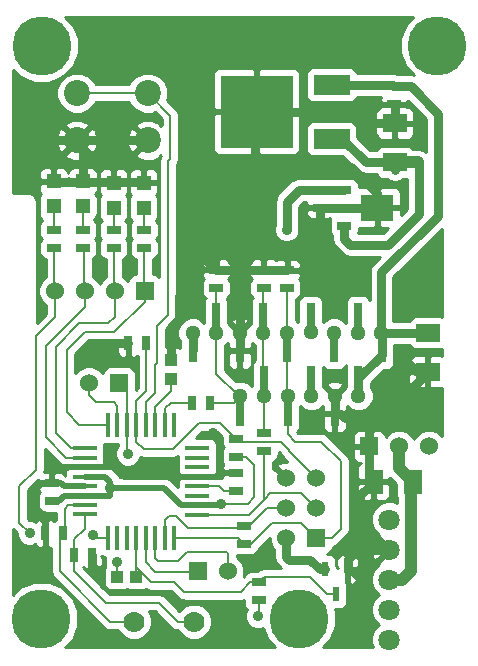
<source format=gtl>
G04 (created by PCBNEW (2013-03-19 BZR 4004)-stable) date 11/06/2013 19:40:29*
%MOIN*%
G04 Gerber Fmt 3.4, Leading zero omitted, Abs format*
%FSLAX34Y34*%
G01*
G70*
G90*
G04 APERTURE LIST*
%ADD10C,2.3622e-006*%
%ADD11C,0.0512*%
%ADD12R,0.0315X0.0807*%
%ADD13R,0.0787X0.0177*%
%ADD14R,0.0177X0.0787*%
%ADD15R,0.06X0.08*%
%ADD16R,0.08X0.06*%
%ADD17R,0.045X0.025*%
%ADD18R,0.025X0.045*%
%ADD19R,0.0472X0.0472*%
%ADD20C,0.0866*%
%ADD21R,0.06X0.06*%
%ADD22C,0.06*%
%ADD23C,0.1969*%
%ADD24C,0.07*%
%ADD25R,0.0394X0.0394*%
%ADD26R,0.12X0.065*%
%ADD27R,0.24X0.24*%
%ADD28C,0.0708661*%
%ADD29R,0.0236X0.0512*%
%ADD30R,0.0472X0.0276*%
%ADD31R,0.0787X0.0276*%
%ADD32R,0.1103X0.0866*%
%ADD33C,0.035*%
%ADD34C,0.0295*%
%ADD35C,0.008*%
%ADD36C,0.0197*%
%ADD37C,0.0394*%
%ADD38C,0.0236*%
%ADD39C,0.01*%
G04 APERTURE END LIST*
G54D10*
G54D11*
X47460Y-35656D03*
G54D12*
X47460Y-36247D03*
G54D11*
X46673Y-35656D03*
X45885Y-35656D03*
X48247Y-35656D03*
X49035Y-35656D03*
G54D12*
X46673Y-35065D03*
X45885Y-36247D03*
X48247Y-35065D03*
X49035Y-36247D03*
G54D11*
X49822Y-35646D03*
G54D12*
X49822Y-35065D03*
G54D13*
X40692Y-39603D03*
X40692Y-39288D03*
X40692Y-38973D03*
X40692Y-38658D03*
X40692Y-38343D03*
X40692Y-38028D03*
X40692Y-37713D03*
X40692Y-37398D03*
X44458Y-37400D03*
X44458Y-39610D03*
X44458Y-39290D03*
X44458Y-38970D03*
X44458Y-38660D03*
X44458Y-38340D03*
X44458Y-38030D03*
X44458Y-37710D03*
G54D14*
X41476Y-36610D03*
X41790Y-36610D03*
X42106Y-36610D03*
X42420Y-36610D03*
X42736Y-36610D03*
X43050Y-36610D03*
X43366Y-36610D03*
X43680Y-36610D03*
X41478Y-40390D03*
X41788Y-40390D03*
X42108Y-40390D03*
X42418Y-40390D03*
X42728Y-40390D03*
X43048Y-40390D03*
X43368Y-40390D03*
X43688Y-40390D03*
G54D15*
X51636Y-38506D03*
X50336Y-38506D03*
G54D16*
X51040Y-27860D03*
X51040Y-26560D03*
G54D17*
X39606Y-39162D03*
X39606Y-38562D03*
X51010Y-25330D03*
X51010Y-25930D03*
X48550Y-28780D03*
X48550Y-29380D03*
G54D18*
X40342Y-40952D03*
X40942Y-40952D03*
X39990Y-40236D03*
X39390Y-40236D03*
G54D17*
X47446Y-32060D03*
X47446Y-31460D03*
X46000Y-39988D03*
X46000Y-40588D03*
G54D18*
X44290Y-35870D03*
X44890Y-35870D03*
G54D17*
X46684Y-37484D03*
X46684Y-36884D03*
X46666Y-32040D03*
X46666Y-31440D03*
X45088Y-32038D03*
X45088Y-31438D03*
G54D19*
X42670Y-29373D03*
X42670Y-28547D03*
X41660Y-29373D03*
X41660Y-28547D03*
X40640Y-29323D03*
X40640Y-28497D03*
G54D20*
X42803Y-25555D03*
X42803Y-27129D03*
X40441Y-25555D03*
X40441Y-27129D03*
G54D16*
X52140Y-33550D03*
X52140Y-34850D03*
G54D17*
X45750Y-38806D03*
X45750Y-38206D03*
G54D18*
X42756Y-33902D03*
X42156Y-33902D03*
G54D17*
X46494Y-41862D03*
X46494Y-42462D03*
X45740Y-37070D03*
X45740Y-37670D03*
X42688Y-30724D03*
X42688Y-30124D03*
X41660Y-30724D03*
X41660Y-30124D03*
X40644Y-30708D03*
X40644Y-30108D03*
G54D21*
X48410Y-40390D03*
G54D22*
X47410Y-40390D03*
X48410Y-39390D03*
X47410Y-39390D03*
X48410Y-38390D03*
X47410Y-38390D03*
G54D23*
X52449Y-23980D03*
X47842Y-43074D03*
X39256Y-43074D03*
X39260Y-23980D03*
G54D24*
X42342Y-43172D03*
X44342Y-43172D03*
G54D21*
X44470Y-41500D03*
G54D22*
X45470Y-41500D03*
G54D17*
X39664Y-30706D03*
X39664Y-30106D03*
G54D21*
X42694Y-32152D03*
G54D22*
X41694Y-32152D03*
X40694Y-32152D03*
X39694Y-32152D03*
G54D19*
X39670Y-29327D03*
X39670Y-28501D03*
G54D11*
X45871Y-33540D03*
G54D12*
X45871Y-34131D03*
G54D11*
X45084Y-33540D03*
X44296Y-33540D03*
X46658Y-33540D03*
X47446Y-33540D03*
G54D12*
X45084Y-32949D03*
X44296Y-34131D03*
X46658Y-32949D03*
X47446Y-34131D03*
G54D11*
X48233Y-33530D03*
G54D12*
X48233Y-32949D03*
G54D11*
X49016Y-33540D03*
X49804Y-33540D03*
X50591Y-33540D03*
G54D12*
X49020Y-34130D03*
X49808Y-32949D03*
X50595Y-34130D03*
G54D25*
X41774Y-41680D03*
X42414Y-41680D03*
G54D26*
X48930Y-27076D03*
G54D27*
X46430Y-26176D03*
G54D26*
X48930Y-25276D03*
G54D21*
X41842Y-35218D03*
G54D22*
X40842Y-35218D03*
G54D25*
X43560Y-34456D03*
X43560Y-35096D03*
G54D21*
X50178Y-37332D03*
G54D22*
X51178Y-37332D03*
X52178Y-37332D03*
G54D28*
X50850Y-41770D03*
X50850Y-42770D03*
X50850Y-43770D03*
X50850Y-40770D03*
X50850Y-39770D03*
G54D29*
X49084Y-42259D03*
X48709Y-41433D03*
X49459Y-41433D03*
G54D30*
X49352Y-28789D03*
G54D31*
X49509Y-29380D03*
G54D30*
X49352Y-29971D03*
G54D32*
X50454Y-29380D03*
G54D33*
X47432Y-30106D03*
X41554Y-38710D03*
X45246Y-39244D03*
X51840Y-27900D03*
X38864Y-40222D03*
X40962Y-40296D03*
X46462Y-42988D03*
X42140Y-37584D03*
X41788Y-41174D03*
X44968Y-36898D03*
X50080Y-31520D03*
X48450Y-31200D03*
X51820Y-31520D03*
X51300Y-32940D03*
X50050Y-42300D03*
X39522Y-37710D03*
X51270Y-34350D03*
X44220Y-29876D03*
X50996Y-23386D03*
X40788Y-23430D03*
X38720Y-25454D03*
X38742Y-28160D03*
X38682Y-40796D03*
X41664Y-37836D03*
X43624Y-38340D03*
X43950Y-32210D03*
X50620Y-36370D03*
X46530Y-43870D03*
X46362Y-41244D03*
X43570Y-33800D03*
X41270Y-34050D03*
X46350Y-26170D03*
X47280Y-27030D03*
X45570Y-27050D03*
X47180Y-25350D03*
X45570Y-25330D03*
X40440Y-43884D03*
X41126Y-41494D03*
X44220Y-28020D03*
G54D34*
X51010Y-25330D02*
X51564Y-25330D01*
X52486Y-29640D02*
X50591Y-31534D01*
X52486Y-26252D02*
X52486Y-29640D01*
X51564Y-25330D02*
X52486Y-26252D01*
X48930Y-25276D02*
X50956Y-25276D01*
X50956Y-25276D02*
X51010Y-25330D01*
X49822Y-35065D02*
X50595Y-34291D01*
X50595Y-34291D02*
X50595Y-34130D01*
X49822Y-35646D02*
X49822Y-35065D01*
X50591Y-31534D02*
X50591Y-33540D01*
X50591Y-33540D02*
X52130Y-33540D01*
X52130Y-33540D02*
X52140Y-33550D01*
X50595Y-34130D02*
X50595Y-33543D01*
X50595Y-33543D02*
X50591Y-33540D01*
X44296Y-34131D02*
X44296Y-33540D01*
X48709Y-41433D02*
X48539Y-41433D01*
X47410Y-41012D02*
X47410Y-40390D01*
X47510Y-41112D02*
X47410Y-41012D01*
X48218Y-41112D02*
X47510Y-41112D01*
X48539Y-41433D02*
X48218Y-41112D01*
X48550Y-28780D02*
X49343Y-28780D01*
X49343Y-28780D02*
X49352Y-28789D01*
X47830Y-28780D02*
X48550Y-28780D01*
X47432Y-29178D02*
X47830Y-28780D01*
X47432Y-30106D02*
X47432Y-29178D01*
G54D35*
X45740Y-37670D02*
X46066Y-37670D01*
X46130Y-39244D02*
X45246Y-39244D01*
X46342Y-39032D02*
X46130Y-39244D01*
X46342Y-37946D02*
X46342Y-39032D01*
X46066Y-37670D02*
X46342Y-37946D01*
G54D36*
X45246Y-39244D02*
X45200Y-39290D01*
X45200Y-39290D02*
X44458Y-39290D01*
X39832Y-39162D02*
X40021Y-38973D01*
X41554Y-38506D02*
X41554Y-38710D01*
X41554Y-38710D02*
X41554Y-38718D01*
X44458Y-39290D02*
X43922Y-39290D01*
X43350Y-38718D02*
X41554Y-38718D01*
X43922Y-39290D02*
X43350Y-38718D01*
X40692Y-38343D02*
X41391Y-38343D01*
X39606Y-39162D02*
X39832Y-39162D01*
X41391Y-38343D02*
X41554Y-38506D01*
X41554Y-38973D02*
X40692Y-38973D01*
X40021Y-38973D02*
X40692Y-38973D01*
X41554Y-38718D02*
X41554Y-38973D01*
G54D34*
X49352Y-29971D02*
X49352Y-30422D01*
X51840Y-29600D02*
X51840Y-27900D01*
X50820Y-30620D02*
X51840Y-29600D01*
X49550Y-30620D02*
X50820Y-30620D01*
X49352Y-30422D02*
X49550Y-30620D01*
X51840Y-27900D02*
X51800Y-27860D01*
G54D37*
X51040Y-27860D02*
X51800Y-27860D01*
X51636Y-38506D02*
X51178Y-38048D01*
X51178Y-38048D02*
X51178Y-37332D01*
X50850Y-41770D02*
X51290Y-41770D01*
G54D34*
X51570Y-38572D02*
X51636Y-38506D01*
G54D37*
X51570Y-41490D02*
X51570Y-38572D01*
X51290Y-41770D02*
X51570Y-41490D01*
G54D34*
X51040Y-27860D02*
X51040Y-28110D01*
X48930Y-27076D02*
X49276Y-27076D01*
X49276Y-27076D02*
X50060Y-27860D01*
X50060Y-27860D02*
X51040Y-27860D01*
G54D35*
X43470Y-28432D02*
X43470Y-27826D01*
X43552Y-26304D02*
X43552Y-27744D01*
X42803Y-25555D02*
X43552Y-26304D01*
X43058Y-35544D02*
X43058Y-34614D01*
X43058Y-34614D02*
X43114Y-34558D01*
X43114Y-34558D02*
X43114Y-33306D01*
X43114Y-33306D02*
X43470Y-32950D01*
X43470Y-32950D02*
X43470Y-28432D01*
X42736Y-35866D02*
X42736Y-36610D01*
X42736Y-35866D02*
X43058Y-35544D01*
X43470Y-27826D02*
X43552Y-27744D01*
X40441Y-25555D02*
X42803Y-25555D01*
X43050Y-36610D02*
X43050Y-36008D01*
X43560Y-35498D02*
X43560Y-35096D01*
X43050Y-36008D02*
X43560Y-35498D01*
X43366Y-36610D02*
X43366Y-36064D01*
X43560Y-35870D02*
X44290Y-35870D01*
X43366Y-36064D02*
X43560Y-35870D01*
X44890Y-35870D02*
X45671Y-35870D01*
X45671Y-35870D02*
X45885Y-35656D01*
X45084Y-32949D02*
X45084Y-32042D01*
X45084Y-32042D02*
X45088Y-32038D01*
X45885Y-35656D02*
X45885Y-36247D01*
X45084Y-32949D02*
X45084Y-33540D01*
X45885Y-35656D02*
X45834Y-35656D01*
X45084Y-34906D02*
X45084Y-33540D01*
X45834Y-35656D02*
X45084Y-34906D01*
X43044Y-41512D02*
X44458Y-41512D01*
X42728Y-41196D02*
X43044Y-41512D01*
X42728Y-40390D02*
X42728Y-41196D01*
X44458Y-41512D02*
X44470Y-41500D01*
X43142Y-41140D02*
X43794Y-41140D01*
X43048Y-41046D02*
X43142Y-41140D01*
X43048Y-40390D02*
X43048Y-41046D01*
X45470Y-40892D02*
X45470Y-41500D01*
X45418Y-40840D02*
X45470Y-40892D01*
X44094Y-40840D02*
X45418Y-40840D01*
X43794Y-41140D02*
X44094Y-40840D01*
X48410Y-40390D02*
X48936Y-40390D01*
X47460Y-36930D02*
X47460Y-36247D01*
X47700Y-37170D02*
X47460Y-36930D01*
X48584Y-37170D02*
X47700Y-37170D01*
X49246Y-37832D02*
X48584Y-37170D01*
X49246Y-40080D02*
X49246Y-37832D01*
X48936Y-40390D02*
X49246Y-40080D01*
X46000Y-40588D02*
X46254Y-40588D01*
X47908Y-39888D02*
X48410Y-40390D01*
X46954Y-39888D02*
X47908Y-39888D01*
X46254Y-40588D02*
X46954Y-39888D01*
X43688Y-40390D02*
X45802Y-40390D01*
X45802Y-40390D02*
X46000Y-40588D01*
X47446Y-33540D02*
X47446Y-32060D01*
X47446Y-34131D02*
X47446Y-33540D01*
X47460Y-35656D02*
X47460Y-36247D01*
X47446Y-34131D02*
X47446Y-35642D01*
X47446Y-35642D02*
X47460Y-35656D01*
X41690Y-33510D02*
X42694Y-32506D01*
X40100Y-36186D02*
X40100Y-34120D01*
X40100Y-36186D02*
X40524Y-36610D01*
X41476Y-36610D02*
X40524Y-36610D01*
X40710Y-33510D02*
X41690Y-33510D01*
X40100Y-34120D02*
X40710Y-33510D01*
X42694Y-32506D02*
X42694Y-32152D01*
X42682Y-32150D02*
X42682Y-30730D01*
X42682Y-30730D02*
X42688Y-30724D01*
X38864Y-40222D02*
X38516Y-39874D01*
X40962Y-40296D02*
X41056Y-40390D01*
X41478Y-40390D02*
X41056Y-40390D01*
X39694Y-33026D02*
X39694Y-32152D01*
X39074Y-33646D02*
X39694Y-33026D01*
X39074Y-38108D02*
X39074Y-33646D01*
X38516Y-38666D02*
X39074Y-38108D01*
X38516Y-39874D02*
X38516Y-38666D01*
X39682Y-32150D02*
X39682Y-30724D01*
X39682Y-30724D02*
X39664Y-30706D01*
X39730Y-36880D02*
X39730Y-34010D01*
X40248Y-37398D02*
X39730Y-36880D01*
X40692Y-37398D02*
X40248Y-37398D01*
X41694Y-33026D02*
X41694Y-32152D01*
X41490Y-33230D02*
X41694Y-33026D01*
X40510Y-33230D02*
X41490Y-33230D01*
X39730Y-34010D02*
X40510Y-33230D01*
X41682Y-32150D02*
X41682Y-30746D01*
X41682Y-30746D02*
X41660Y-30724D01*
X39396Y-37028D02*
X39396Y-33984D01*
X40692Y-37713D02*
X40081Y-37713D01*
X40081Y-37713D02*
X39396Y-37028D01*
X40694Y-32686D02*
X40694Y-32152D01*
X39396Y-33984D02*
X40694Y-32686D01*
X40682Y-32150D02*
X40682Y-30746D01*
X40682Y-30746D02*
X40644Y-30708D01*
X46000Y-39988D02*
X46190Y-39988D01*
X46788Y-39390D02*
X47410Y-39390D01*
X46190Y-39988D02*
X46788Y-39390D01*
X44136Y-40062D02*
X45926Y-40062D01*
X43368Y-40390D02*
X43368Y-39794D01*
X43742Y-39668D02*
X44136Y-40062D01*
X43494Y-39668D02*
X43742Y-39668D01*
X43368Y-39794D02*
X43494Y-39668D01*
X45926Y-40062D02*
X46000Y-39988D01*
X46494Y-42462D02*
X46494Y-42956D01*
X46494Y-42956D02*
X46462Y-42988D01*
X42756Y-33902D02*
X42756Y-35484D01*
X42420Y-35820D02*
X42420Y-36610D01*
X42756Y-35484D02*
X42420Y-35820D01*
X48410Y-38390D02*
X47518Y-37498D01*
X43650Y-37406D02*
X44502Y-36554D01*
X44502Y-36554D02*
X45224Y-36554D01*
X42420Y-37174D02*
X42666Y-37420D01*
X42420Y-37174D02*
X42420Y-36610D01*
X42666Y-37420D02*
X43650Y-37420D01*
X43650Y-37420D02*
X43650Y-37406D01*
X45856Y-37186D02*
X45224Y-36554D01*
X47248Y-37186D02*
X45856Y-37186D01*
X47518Y-37456D02*
X47248Y-37186D01*
X47518Y-37498D02*
X47518Y-37456D01*
X42140Y-37584D02*
X42106Y-37550D01*
X41774Y-41680D02*
X41774Y-41188D01*
X41774Y-41188D02*
X41788Y-41174D01*
X42106Y-37550D02*
X42106Y-36610D01*
X42106Y-36610D02*
X42106Y-35482D01*
X42106Y-35482D02*
X41842Y-35218D01*
X46684Y-37484D02*
X46684Y-39076D01*
X46684Y-39076D02*
X46693Y-39085D01*
X44458Y-39610D02*
X46168Y-39610D01*
X47912Y-38892D02*
X48410Y-39390D01*
X46886Y-38892D02*
X47912Y-38892D01*
X46168Y-39610D02*
X46693Y-39085D01*
X46693Y-39085D02*
X46886Y-38892D01*
X46658Y-32949D02*
X46658Y-32048D01*
X46658Y-32048D02*
X46666Y-32040D01*
X46673Y-35656D02*
X46673Y-36873D01*
X46673Y-36873D02*
X46684Y-36884D01*
X46658Y-33540D02*
X46658Y-32949D01*
X46673Y-35065D02*
X46673Y-35656D01*
X46658Y-33540D02*
X46658Y-35050D01*
X46658Y-35050D02*
X46673Y-35065D01*
X41790Y-36610D02*
X41790Y-35994D01*
X40842Y-35634D02*
X40842Y-35218D01*
X41076Y-35868D02*
X40842Y-35634D01*
X41664Y-35868D02*
X41076Y-35868D01*
X41790Y-35994D02*
X41664Y-35868D01*
G54D36*
X45196Y-38206D02*
X45196Y-37126D01*
X45196Y-37126D02*
X44968Y-36898D01*
X51820Y-31520D02*
X51820Y-32002D01*
G54D34*
X48550Y-31100D02*
X48450Y-31200D01*
X48550Y-29380D02*
X48550Y-31100D01*
G54D36*
X51300Y-32522D02*
X51300Y-32940D01*
X51820Y-32002D02*
X51300Y-32522D01*
X49459Y-41433D02*
X49513Y-41433D01*
X50050Y-41970D02*
X50050Y-42300D01*
X49513Y-41433D02*
X50050Y-41970D01*
X39703Y-38107D02*
X39703Y-37891D01*
X39703Y-37891D02*
X39522Y-37710D01*
G54D34*
X52140Y-34850D02*
X51770Y-34850D01*
X51770Y-34850D02*
X51270Y-34350D01*
X49459Y-41433D02*
X49459Y-41501D01*
X49459Y-41433D02*
X49459Y-41093D01*
X49782Y-40770D02*
X50850Y-40770D01*
X49459Y-41093D02*
X49782Y-40770D01*
X44220Y-28020D02*
X44220Y-24970D01*
X50908Y-23474D02*
X50798Y-23474D01*
X50996Y-23386D02*
X50908Y-23474D01*
X42680Y-23430D02*
X40788Y-23430D01*
X44220Y-24970D02*
X42680Y-23430D01*
X40441Y-27129D02*
X39773Y-27129D01*
X39773Y-27129D02*
X38742Y-28160D01*
X46430Y-28020D02*
X49170Y-28020D01*
X50454Y-28884D02*
X50454Y-29380D01*
X49590Y-28020D02*
X50454Y-28884D01*
X49170Y-28020D02*
X49590Y-28020D01*
X48550Y-29380D02*
X49509Y-29380D01*
X49509Y-29380D02*
X50454Y-29380D01*
X41588Y-37912D02*
X41664Y-37836D01*
X43570Y-33800D02*
X43570Y-33348D01*
X43950Y-32210D02*
X43963Y-32223D01*
X44228Y-31958D02*
X44228Y-30578D01*
X44228Y-31958D02*
X43963Y-32223D01*
X43842Y-32318D02*
X43950Y-32210D01*
X43842Y-33076D02*
X43842Y-32318D01*
X43570Y-33348D02*
X43842Y-33076D01*
X50178Y-37332D02*
X50178Y-36812D01*
X49257Y-36247D02*
X49380Y-36370D01*
X49380Y-36370D02*
X50620Y-36370D01*
X49035Y-36247D02*
X49257Y-36247D01*
X50620Y-36370D02*
X52140Y-34850D01*
X50626Y-36376D02*
X50620Y-36370D01*
X50496Y-36494D02*
X50620Y-36370D01*
X50178Y-36812D02*
X50620Y-36370D01*
X50336Y-38506D02*
X50178Y-38348D01*
X50178Y-38348D02*
X50178Y-37332D01*
G54D38*
X39046Y-39570D02*
X39100Y-39570D01*
X39230Y-38562D02*
X39046Y-38746D01*
X39046Y-38746D02*
X39046Y-39570D01*
X39606Y-38562D02*
X39230Y-38562D01*
X39390Y-39860D02*
X39390Y-40236D01*
X39100Y-39570D02*
X39390Y-39860D01*
G54D34*
X46384Y-41266D02*
X46362Y-41244D01*
X50850Y-40770D02*
X50480Y-40770D01*
X49890Y-38952D02*
X50336Y-38506D01*
X49890Y-40180D02*
X49890Y-38952D01*
X50480Y-40770D02*
X49890Y-40180D01*
X43570Y-33800D02*
X43570Y-34446D01*
X43570Y-34446D02*
X43560Y-34456D01*
X43570Y-33800D02*
X43560Y-33790D01*
X41418Y-33902D02*
X42156Y-33902D01*
X41270Y-34050D02*
X41418Y-33902D01*
X40441Y-27129D02*
X42803Y-27129D01*
X40644Y-28515D02*
X40644Y-27226D01*
X40330Y-27240D02*
X40441Y-27129D01*
X44228Y-30578D02*
X44220Y-30570D01*
X44220Y-28020D02*
X44220Y-29876D01*
X44220Y-29876D02*
X44220Y-30570D01*
X46390Y-28020D02*
X46430Y-28020D01*
X46430Y-28020D02*
X46470Y-28020D01*
X47280Y-27030D02*
X47210Y-27030D01*
X47210Y-27030D02*
X46350Y-26170D01*
X46430Y-26176D02*
X46430Y-26190D01*
X46430Y-26190D02*
X45570Y-27050D01*
X46430Y-26176D02*
X46430Y-26100D01*
X46430Y-26100D02*
X47180Y-25350D01*
X46430Y-26176D02*
X46416Y-26176D01*
X46416Y-26176D02*
X45570Y-25330D01*
X46390Y-28020D02*
X46390Y-26216D01*
X46390Y-26216D02*
X46430Y-26176D01*
X51040Y-26560D02*
X50250Y-26560D01*
X50250Y-26560D02*
X49866Y-26176D01*
X49866Y-26176D02*
X46430Y-26176D01*
X51040Y-26560D02*
X51040Y-25960D01*
X51040Y-25960D02*
X51010Y-25930D01*
X40942Y-41310D02*
X40942Y-40952D01*
X41126Y-41494D02*
X40942Y-41310D01*
X44220Y-28020D02*
X46390Y-28020D01*
X45088Y-31438D02*
X44228Y-30578D01*
X45886Y-31440D02*
X45886Y-33525D01*
X45886Y-33525D02*
X45871Y-33540D01*
X46666Y-31440D02*
X45886Y-31440D01*
X45886Y-31440D02*
X45090Y-31440D01*
X45090Y-31440D02*
X45088Y-31438D01*
X47446Y-31460D02*
X46686Y-31460D01*
X46686Y-31460D02*
X46666Y-31440D01*
X40644Y-28515D02*
X39746Y-28515D01*
X39746Y-28515D02*
X39738Y-28523D01*
X45871Y-33540D02*
X45871Y-34131D01*
X49035Y-35656D02*
X49035Y-36247D01*
G54D36*
X39898Y-38562D02*
X39994Y-38658D01*
X41702Y-38028D02*
X41588Y-38028D01*
X41588Y-38028D02*
X40692Y-38028D01*
X40692Y-38028D02*
X39782Y-38028D01*
G54D34*
X41666Y-28513D02*
X40646Y-28513D01*
G54D36*
X39782Y-38028D02*
X39703Y-38107D01*
X39703Y-38107D02*
X39654Y-38156D01*
X39654Y-38156D02*
X39606Y-38204D01*
X43624Y-38340D02*
X42014Y-38340D01*
X44458Y-38340D02*
X43624Y-38340D01*
X44458Y-38340D02*
X45062Y-38340D01*
G54D34*
X40646Y-28513D02*
X40644Y-28515D01*
G54D36*
X39606Y-38204D02*
X39606Y-38562D01*
G54D34*
X42688Y-28513D02*
X41666Y-28513D01*
G54D36*
X42014Y-38340D02*
X41702Y-38028D01*
X45062Y-38340D02*
X45196Y-38206D01*
X39606Y-38562D02*
X39898Y-38562D01*
X45196Y-38206D02*
X45750Y-38206D01*
X39994Y-38658D02*
X40692Y-38658D01*
G54D35*
X49084Y-42259D02*
X48769Y-42259D01*
X46664Y-41692D02*
X46494Y-41862D01*
X48202Y-41692D02*
X46664Y-41692D01*
X48769Y-42259D02*
X48202Y-41692D01*
X44002Y-42182D02*
X45894Y-42182D01*
X44002Y-42182D02*
X43680Y-41860D01*
X43680Y-41860D02*
X42920Y-41860D01*
X42418Y-41358D02*
X42920Y-41860D01*
X46214Y-41862D02*
X46494Y-41862D01*
X45894Y-42182D02*
X46214Y-41862D01*
X42414Y-41680D02*
X42414Y-41362D01*
X42414Y-41362D02*
X42418Y-41358D01*
X42418Y-41358D02*
X42418Y-40390D01*
X39664Y-30106D02*
X39664Y-29333D01*
X39664Y-29333D02*
X39670Y-29327D01*
X41660Y-30124D02*
X41660Y-29373D01*
X44458Y-38660D02*
X45190Y-38660D01*
X45336Y-38806D02*
X45750Y-38806D01*
X45190Y-38660D02*
X45336Y-38806D01*
X42688Y-30124D02*
X42688Y-29391D01*
X42688Y-29391D02*
X42670Y-29373D01*
X40692Y-40078D02*
X40692Y-39603D01*
X40342Y-40952D02*
X40342Y-40428D01*
X40342Y-40428D02*
X40692Y-40078D01*
X43162Y-42540D02*
X41406Y-42540D01*
X43794Y-43172D02*
X43162Y-42540D01*
X44342Y-43172D02*
X43794Y-43172D01*
X41406Y-42540D02*
X40342Y-41476D01*
X40342Y-41476D02*
X40342Y-40952D01*
X39864Y-41482D02*
X41554Y-43172D01*
X40030Y-40098D02*
X39864Y-40264D01*
X40692Y-39288D02*
X40154Y-39288D01*
X40030Y-39412D02*
X40154Y-39288D01*
X40030Y-39508D02*
X40030Y-39412D01*
X40030Y-39864D02*
X40030Y-39508D01*
X40030Y-39864D02*
X40030Y-40098D01*
X41554Y-43172D02*
X42342Y-43172D01*
X39864Y-40264D02*
X39864Y-41482D01*
X40644Y-30108D02*
X40644Y-29327D01*
X40644Y-29327D02*
X40640Y-29323D01*
G54D10*
G36*
X42466Y-35363D02*
X42392Y-35437D01*
X42392Y-34868D01*
X42354Y-34776D01*
X42283Y-34706D01*
X42191Y-34668D01*
X42106Y-34667D01*
X42106Y-34314D01*
X42106Y-33952D01*
X41843Y-33952D01*
X41781Y-34014D01*
X41780Y-34077D01*
X41781Y-34176D01*
X41819Y-34268D01*
X41889Y-34339D01*
X41981Y-34377D01*
X42043Y-34377D01*
X42106Y-34314D01*
X42106Y-34667D01*
X42092Y-34667D01*
X41492Y-34667D01*
X41400Y-34705D01*
X41330Y-34776D01*
X41292Y-34868D01*
X41292Y-34890D01*
X41153Y-34752D01*
X40951Y-34668D01*
X40733Y-34667D01*
X40530Y-34751D01*
X40390Y-34892D01*
X40390Y-34240D01*
X40830Y-33800D01*
X41690Y-33800D01*
X41780Y-33781D01*
X41781Y-33789D01*
X41843Y-33852D01*
X42106Y-33852D01*
X42106Y-33844D01*
X42206Y-33844D01*
X42206Y-33852D01*
X42213Y-33852D01*
X42213Y-33952D01*
X42206Y-33952D01*
X42206Y-34314D01*
X42268Y-34377D01*
X42330Y-34377D01*
X42422Y-34339D01*
X42455Y-34305D01*
X42466Y-34315D01*
X42466Y-35363D01*
X42466Y-35363D01*
G37*
G54D39*
X42466Y-35363D02*
X42392Y-35437D01*
X42392Y-34868D01*
X42354Y-34776D01*
X42283Y-34706D01*
X42191Y-34668D01*
X42106Y-34667D01*
X42106Y-34314D01*
X42106Y-33952D01*
X41843Y-33952D01*
X41781Y-34014D01*
X41780Y-34077D01*
X41781Y-34176D01*
X41819Y-34268D01*
X41889Y-34339D01*
X41981Y-34377D01*
X42043Y-34377D01*
X42106Y-34314D01*
X42106Y-34667D01*
X42092Y-34667D01*
X41492Y-34667D01*
X41400Y-34705D01*
X41330Y-34776D01*
X41292Y-34868D01*
X41292Y-34890D01*
X41153Y-34752D01*
X40951Y-34668D01*
X40733Y-34667D01*
X40530Y-34751D01*
X40390Y-34892D01*
X40390Y-34240D01*
X40830Y-33800D01*
X41690Y-33800D01*
X41780Y-33781D01*
X41781Y-33789D01*
X41843Y-33852D01*
X42106Y-33852D01*
X42106Y-33844D01*
X42206Y-33844D01*
X42206Y-33852D01*
X42213Y-33852D01*
X42213Y-33952D01*
X42206Y-33952D01*
X42206Y-34314D01*
X42268Y-34377D01*
X42330Y-34377D01*
X42422Y-34339D01*
X42455Y-34305D01*
X42466Y-34315D01*
X42466Y-35363D01*
G54D10*
G36*
X43958Y-38344D02*
X43923Y-38359D01*
X43898Y-38384D01*
X43877Y-38384D01*
X43814Y-38446D01*
X43814Y-38478D01*
X43823Y-38500D01*
X43814Y-38521D01*
X43814Y-38621D01*
X43814Y-38689D01*
X43596Y-38471D01*
X43483Y-38396D01*
X43350Y-38369D01*
X41873Y-38369D01*
X41800Y-38259D01*
X41800Y-38259D01*
X41637Y-38096D01*
X41524Y-38021D01*
X41391Y-37994D01*
X41335Y-37994D01*
X41335Y-37977D01*
X41278Y-37977D01*
X41335Y-37921D01*
X41335Y-37889D01*
X41327Y-37870D01*
X41335Y-37851D01*
X41335Y-37751D01*
X41335Y-37574D01*
X41327Y-37555D01*
X41335Y-37536D01*
X41335Y-37436D01*
X41335Y-37259D01*
X41331Y-37251D01*
X41337Y-37253D01*
X41437Y-37253D01*
X41614Y-37253D01*
X41632Y-37245D01*
X41651Y-37253D01*
X41751Y-37253D01*
X41816Y-37253D01*
X41816Y-37306D01*
X41779Y-37342D01*
X41715Y-37499D01*
X41714Y-37668D01*
X41779Y-37824D01*
X41898Y-37944D01*
X42055Y-38008D01*
X42224Y-38009D01*
X42380Y-37944D01*
X42500Y-37825D01*
X42556Y-37688D01*
X42666Y-37710D01*
X43650Y-37710D01*
X43760Y-37687D01*
X43814Y-37652D01*
X43814Y-37671D01*
X43814Y-37848D01*
X43823Y-37869D01*
X43814Y-37891D01*
X43814Y-37991D01*
X43814Y-38168D01*
X43821Y-38184D01*
X43814Y-38201D01*
X43814Y-38233D01*
X43877Y-38295D01*
X43888Y-38295D01*
X43922Y-38330D01*
X43958Y-38344D01*
X43958Y-38344D01*
G37*
G54D39*
X43958Y-38344D02*
X43923Y-38359D01*
X43898Y-38384D01*
X43877Y-38384D01*
X43814Y-38446D01*
X43814Y-38478D01*
X43823Y-38500D01*
X43814Y-38521D01*
X43814Y-38621D01*
X43814Y-38689D01*
X43596Y-38471D01*
X43483Y-38396D01*
X43350Y-38369D01*
X41873Y-38369D01*
X41800Y-38259D01*
X41800Y-38259D01*
X41637Y-38096D01*
X41524Y-38021D01*
X41391Y-37994D01*
X41335Y-37994D01*
X41335Y-37977D01*
X41278Y-37977D01*
X41335Y-37921D01*
X41335Y-37889D01*
X41327Y-37870D01*
X41335Y-37851D01*
X41335Y-37751D01*
X41335Y-37574D01*
X41327Y-37555D01*
X41335Y-37536D01*
X41335Y-37436D01*
X41335Y-37259D01*
X41331Y-37251D01*
X41337Y-37253D01*
X41437Y-37253D01*
X41614Y-37253D01*
X41632Y-37245D01*
X41651Y-37253D01*
X41751Y-37253D01*
X41816Y-37253D01*
X41816Y-37306D01*
X41779Y-37342D01*
X41715Y-37499D01*
X41714Y-37668D01*
X41779Y-37824D01*
X41898Y-37944D01*
X42055Y-38008D01*
X42224Y-38009D01*
X42380Y-37944D01*
X42500Y-37825D01*
X42556Y-37688D01*
X42666Y-37710D01*
X43650Y-37710D01*
X43760Y-37687D01*
X43814Y-37652D01*
X43814Y-37671D01*
X43814Y-37848D01*
X43823Y-37869D01*
X43814Y-37891D01*
X43814Y-37991D01*
X43814Y-38168D01*
X43821Y-38184D01*
X43814Y-38201D01*
X43814Y-38233D01*
X43877Y-38295D01*
X43888Y-38295D01*
X43922Y-38330D01*
X43958Y-38344D01*
G54D10*
G36*
X45807Y-38256D02*
X45800Y-38256D01*
X45800Y-38263D01*
X45700Y-38263D01*
X45700Y-38256D01*
X45337Y-38256D01*
X45275Y-38318D01*
X45274Y-38380D01*
X45277Y-38387D01*
X45190Y-38370D01*
X45003Y-38370D01*
X44993Y-38359D01*
X44957Y-38345D01*
X44992Y-38330D01*
X45027Y-38295D01*
X45039Y-38295D01*
X45101Y-38233D01*
X45101Y-38201D01*
X45094Y-38184D01*
X45101Y-38168D01*
X45101Y-38068D01*
X45101Y-37891D01*
X45092Y-37870D01*
X45101Y-37848D01*
X45101Y-37748D01*
X45101Y-37571D01*
X45094Y-37555D01*
X45101Y-37538D01*
X45101Y-37438D01*
X45101Y-37261D01*
X45063Y-37170D01*
X44993Y-37099D01*
X44901Y-37061D01*
X44801Y-37061D01*
X44404Y-37061D01*
X44622Y-36844D01*
X45103Y-36844D01*
X45264Y-37005D01*
X45264Y-37244D01*
X45302Y-37336D01*
X45336Y-37369D01*
X45303Y-37403D01*
X45265Y-37495D01*
X45264Y-37594D01*
X45264Y-37844D01*
X45302Y-37936D01*
X45310Y-37944D01*
X45274Y-38031D01*
X45275Y-38093D01*
X45337Y-38156D01*
X45700Y-38156D01*
X45700Y-38148D01*
X45800Y-38148D01*
X45800Y-38156D01*
X45807Y-38156D01*
X45807Y-38256D01*
X45807Y-38256D01*
G37*
G54D39*
X45807Y-38256D02*
X45800Y-38256D01*
X45800Y-38263D01*
X45700Y-38263D01*
X45700Y-38256D01*
X45337Y-38256D01*
X45275Y-38318D01*
X45274Y-38380D01*
X45277Y-38387D01*
X45190Y-38370D01*
X45003Y-38370D01*
X44993Y-38359D01*
X44957Y-38345D01*
X44992Y-38330D01*
X45027Y-38295D01*
X45039Y-38295D01*
X45101Y-38233D01*
X45101Y-38201D01*
X45094Y-38184D01*
X45101Y-38168D01*
X45101Y-38068D01*
X45101Y-37891D01*
X45092Y-37870D01*
X45101Y-37848D01*
X45101Y-37748D01*
X45101Y-37571D01*
X45094Y-37555D01*
X45101Y-37538D01*
X45101Y-37438D01*
X45101Y-37261D01*
X45063Y-37170D01*
X44993Y-37099D01*
X44901Y-37061D01*
X44801Y-37061D01*
X44404Y-37061D01*
X44622Y-36844D01*
X45103Y-36844D01*
X45264Y-37005D01*
X45264Y-37244D01*
X45302Y-37336D01*
X45336Y-37369D01*
X45303Y-37403D01*
X45265Y-37495D01*
X45264Y-37594D01*
X45264Y-37844D01*
X45302Y-37936D01*
X45310Y-37944D01*
X45274Y-38031D01*
X45275Y-38093D01*
X45337Y-38156D01*
X45700Y-38156D01*
X45700Y-38148D01*
X45800Y-38148D01*
X45800Y-38156D01*
X45807Y-38156D01*
X45807Y-38256D01*
G54D10*
G36*
X46368Y-34455D02*
X46303Y-34519D01*
X46278Y-34580D01*
X46278Y-34484D01*
X46278Y-34243D01*
X46216Y-34181D01*
X45921Y-34181D01*
X45921Y-34722D01*
X45983Y-34784D01*
X46078Y-34784D01*
X46169Y-34746D01*
X46240Y-34676D01*
X46265Y-34615D01*
X46265Y-34711D01*
X46265Y-35320D01*
X46172Y-35227D01*
X45986Y-35150D01*
X45821Y-35149D01*
X45821Y-34722D01*
X45821Y-34181D01*
X45526Y-34181D01*
X45463Y-34243D01*
X45463Y-34484D01*
X45463Y-34584D01*
X45501Y-34676D01*
X45572Y-34746D01*
X45663Y-34784D01*
X45758Y-34784D01*
X45821Y-34722D01*
X45821Y-35149D01*
X45784Y-35149D01*
X45751Y-35163D01*
X45374Y-34785D01*
X45374Y-33965D01*
X45463Y-33876D01*
X45463Y-34018D01*
X45526Y-34081D01*
X45821Y-34081D01*
X45821Y-34049D01*
X45921Y-34043D01*
X45921Y-34081D01*
X46216Y-34081D01*
X46278Y-34018D01*
X46278Y-33876D01*
X46368Y-33965D01*
X46368Y-34455D01*
X46368Y-34455D01*
G37*
G54D39*
X46368Y-34455D02*
X46303Y-34519D01*
X46278Y-34580D01*
X46278Y-34484D01*
X46278Y-34243D01*
X46216Y-34181D01*
X45921Y-34181D01*
X45921Y-34722D01*
X45983Y-34784D01*
X46078Y-34784D01*
X46169Y-34746D01*
X46240Y-34676D01*
X46265Y-34615D01*
X46265Y-34711D01*
X46265Y-35320D01*
X46172Y-35227D01*
X45986Y-35150D01*
X45821Y-35149D01*
X45821Y-34722D01*
X45821Y-34181D01*
X45526Y-34181D01*
X45463Y-34243D01*
X45463Y-34484D01*
X45463Y-34584D01*
X45501Y-34676D01*
X45572Y-34746D01*
X45663Y-34784D01*
X45758Y-34784D01*
X45821Y-34722D01*
X45821Y-35149D01*
X45784Y-35149D01*
X45751Y-35163D01*
X45374Y-34785D01*
X45374Y-33965D01*
X45463Y-33876D01*
X45463Y-34018D01*
X45526Y-34081D01*
X45821Y-34081D01*
X45821Y-34049D01*
X45921Y-34043D01*
X45921Y-34081D01*
X46216Y-34081D01*
X46278Y-34018D01*
X46278Y-33876D01*
X46368Y-33965D01*
X46368Y-34455D01*
G54D10*
G36*
X47051Y-44029D02*
X40046Y-44029D01*
X40301Y-43774D01*
X40490Y-43320D01*
X40490Y-42829D01*
X40303Y-42375D01*
X39956Y-42028D01*
X39502Y-41839D01*
X39011Y-41839D01*
X38557Y-42026D01*
X38305Y-42279D01*
X38305Y-40070D01*
X38310Y-40079D01*
X38439Y-40207D01*
X38438Y-40306D01*
X38503Y-40462D01*
X38622Y-40582D01*
X38779Y-40646D01*
X38948Y-40647D01*
X39053Y-40603D01*
X39123Y-40673D01*
X39215Y-40711D01*
X39277Y-40711D01*
X39340Y-40648D01*
X39340Y-40286D01*
X39332Y-40286D01*
X39332Y-40186D01*
X39340Y-40186D01*
X39340Y-39823D01*
X39277Y-39761D01*
X39215Y-39760D01*
X39123Y-39798D01*
X39073Y-39848D01*
X38948Y-39797D01*
X38849Y-39796D01*
X38806Y-39753D01*
X38806Y-38786D01*
X39136Y-38455D01*
X39193Y-38512D01*
X39556Y-38512D01*
X39556Y-38249D01*
X39493Y-38187D01*
X39430Y-38186D01*
X39348Y-38187D01*
X39364Y-38108D01*
X39364Y-37406D01*
X39875Y-37918D01*
X39970Y-37980D01*
X40081Y-38003D01*
X40146Y-38003D01*
X40156Y-38013D01*
X40192Y-38027D01*
X40157Y-38042D01*
X40127Y-38072D01*
X40111Y-38072D01*
X40048Y-38134D01*
X40048Y-38166D01*
X40056Y-38185D01*
X40048Y-38204D01*
X40048Y-38304D01*
X40048Y-38308D01*
X40043Y-38295D01*
X39972Y-38225D01*
X39880Y-38187D01*
X39781Y-38186D01*
X39718Y-38187D01*
X39656Y-38249D01*
X39656Y-38512D01*
X39663Y-38512D01*
X39663Y-38612D01*
X39656Y-38612D01*
X39656Y-38619D01*
X39556Y-38619D01*
X39556Y-38612D01*
X39193Y-38612D01*
X39131Y-38674D01*
X39130Y-38736D01*
X39168Y-38828D01*
X39202Y-38861D01*
X39169Y-38895D01*
X39131Y-38987D01*
X39130Y-39086D01*
X39130Y-39336D01*
X39168Y-39428D01*
X39239Y-39498D01*
X39331Y-39536D01*
X39430Y-39537D01*
X39740Y-39537D01*
X39740Y-39792D01*
X39723Y-39798D01*
X39690Y-39832D01*
X39656Y-39798D01*
X39564Y-39760D01*
X39502Y-39761D01*
X39440Y-39823D01*
X39440Y-40186D01*
X39447Y-40186D01*
X39447Y-40286D01*
X39440Y-40286D01*
X39440Y-40648D01*
X39502Y-40711D01*
X39564Y-40711D01*
X39574Y-40707D01*
X39574Y-41482D01*
X39596Y-41592D01*
X39658Y-41687D01*
X41348Y-43377D01*
X41443Y-43439D01*
X41554Y-43462D01*
X41812Y-43462D01*
X41833Y-43511D01*
X42001Y-43680D01*
X42222Y-43771D01*
X42460Y-43772D01*
X42681Y-43680D01*
X42850Y-43512D01*
X42941Y-43291D01*
X42942Y-43053D01*
X42850Y-42832D01*
X42848Y-42830D01*
X43041Y-42830D01*
X43588Y-43377D01*
X43588Y-43377D01*
X43683Y-43439D01*
X43793Y-43462D01*
X43793Y-43461D01*
X43794Y-43462D01*
X43812Y-43462D01*
X43833Y-43511D01*
X44001Y-43680D01*
X44222Y-43771D01*
X44460Y-43772D01*
X44681Y-43680D01*
X44850Y-43512D01*
X44941Y-43291D01*
X44942Y-43053D01*
X44850Y-42832D01*
X44682Y-42663D01*
X44461Y-42572D01*
X44223Y-42571D01*
X44002Y-42663D01*
X43848Y-42816D01*
X43367Y-42334D01*
X43272Y-42272D01*
X43162Y-42250D01*
X41526Y-42250D01*
X41317Y-42040D01*
X40636Y-41360D01*
X40641Y-41355D01*
X40675Y-41389D01*
X40767Y-41427D01*
X40829Y-41427D01*
X40892Y-41364D01*
X40892Y-41002D01*
X40884Y-41002D01*
X40884Y-40902D01*
X40892Y-40902D01*
X40892Y-40894D01*
X40992Y-40894D01*
X40992Y-40902D01*
X40999Y-40902D01*
X40999Y-41002D01*
X40992Y-41002D01*
X40992Y-41364D01*
X41054Y-41427D01*
X41116Y-41427D01*
X41208Y-41389D01*
X41278Y-41318D01*
X41316Y-41226D01*
X41317Y-41127D01*
X41317Y-41064D01*
X41254Y-41002D01*
X41263Y-41002D01*
X41339Y-41033D01*
X41386Y-41033D01*
X41363Y-41089D01*
X41362Y-41258D01*
X41387Y-41318D01*
X41365Y-41341D01*
X41327Y-41433D01*
X41326Y-41532D01*
X41326Y-41926D01*
X41364Y-42018D01*
X41435Y-42088D01*
X41527Y-42126D01*
X41626Y-42127D01*
X42020Y-42127D01*
X42094Y-42096D01*
X42167Y-42126D01*
X42266Y-42127D01*
X42660Y-42127D01*
X42751Y-42089D01*
X42809Y-42127D01*
X42920Y-42150D01*
X43559Y-42150D01*
X43796Y-42387D01*
X43796Y-42387D01*
X43891Y-42449D01*
X43983Y-42468D01*
X44001Y-42472D01*
X44001Y-42471D01*
X44002Y-42472D01*
X45894Y-42472D01*
X46004Y-42449D01*
X46018Y-42440D01*
X46018Y-42636D01*
X46056Y-42728D01*
X46094Y-42765D01*
X46037Y-42903D01*
X46036Y-43072D01*
X46101Y-43228D01*
X46220Y-43348D01*
X46377Y-43412D01*
X46546Y-43413D01*
X46631Y-43377D01*
X46794Y-43772D01*
X47051Y-44029D01*
X47051Y-44029D01*
G37*
G54D39*
X47051Y-44029D02*
X40046Y-44029D01*
X40301Y-43774D01*
X40490Y-43320D01*
X40490Y-42829D01*
X40303Y-42375D01*
X39956Y-42028D01*
X39502Y-41839D01*
X39011Y-41839D01*
X38557Y-42026D01*
X38305Y-42279D01*
X38305Y-40070D01*
X38310Y-40079D01*
X38439Y-40207D01*
X38438Y-40306D01*
X38503Y-40462D01*
X38622Y-40582D01*
X38779Y-40646D01*
X38948Y-40647D01*
X39053Y-40603D01*
X39123Y-40673D01*
X39215Y-40711D01*
X39277Y-40711D01*
X39340Y-40648D01*
X39340Y-40286D01*
X39332Y-40286D01*
X39332Y-40186D01*
X39340Y-40186D01*
X39340Y-39823D01*
X39277Y-39761D01*
X39215Y-39760D01*
X39123Y-39798D01*
X39073Y-39848D01*
X38948Y-39797D01*
X38849Y-39796D01*
X38806Y-39753D01*
X38806Y-38786D01*
X39136Y-38455D01*
X39193Y-38512D01*
X39556Y-38512D01*
X39556Y-38249D01*
X39493Y-38187D01*
X39430Y-38186D01*
X39348Y-38187D01*
X39364Y-38108D01*
X39364Y-37406D01*
X39875Y-37918D01*
X39970Y-37980D01*
X40081Y-38003D01*
X40146Y-38003D01*
X40156Y-38013D01*
X40192Y-38027D01*
X40157Y-38042D01*
X40127Y-38072D01*
X40111Y-38072D01*
X40048Y-38134D01*
X40048Y-38166D01*
X40056Y-38185D01*
X40048Y-38204D01*
X40048Y-38304D01*
X40048Y-38308D01*
X40043Y-38295D01*
X39972Y-38225D01*
X39880Y-38187D01*
X39781Y-38186D01*
X39718Y-38187D01*
X39656Y-38249D01*
X39656Y-38512D01*
X39663Y-38512D01*
X39663Y-38612D01*
X39656Y-38612D01*
X39656Y-38619D01*
X39556Y-38619D01*
X39556Y-38612D01*
X39193Y-38612D01*
X39131Y-38674D01*
X39130Y-38736D01*
X39168Y-38828D01*
X39202Y-38861D01*
X39169Y-38895D01*
X39131Y-38987D01*
X39130Y-39086D01*
X39130Y-39336D01*
X39168Y-39428D01*
X39239Y-39498D01*
X39331Y-39536D01*
X39430Y-39537D01*
X39740Y-39537D01*
X39740Y-39792D01*
X39723Y-39798D01*
X39690Y-39832D01*
X39656Y-39798D01*
X39564Y-39760D01*
X39502Y-39761D01*
X39440Y-39823D01*
X39440Y-40186D01*
X39447Y-40186D01*
X39447Y-40286D01*
X39440Y-40286D01*
X39440Y-40648D01*
X39502Y-40711D01*
X39564Y-40711D01*
X39574Y-40707D01*
X39574Y-41482D01*
X39596Y-41592D01*
X39658Y-41687D01*
X41348Y-43377D01*
X41443Y-43439D01*
X41554Y-43462D01*
X41812Y-43462D01*
X41833Y-43511D01*
X42001Y-43680D01*
X42222Y-43771D01*
X42460Y-43772D01*
X42681Y-43680D01*
X42850Y-43512D01*
X42941Y-43291D01*
X42942Y-43053D01*
X42850Y-42832D01*
X42848Y-42830D01*
X43041Y-42830D01*
X43588Y-43377D01*
X43588Y-43377D01*
X43683Y-43439D01*
X43793Y-43462D01*
X43793Y-43461D01*
X43794Y-43462D01*
X43812Y-43462D01*
X43833Y-43511D01*
X44001Y-43680D01*
X44222Y-43771D01*
X44460Y-43772D01*
X44681Y-43680D01*
X44850Y-43512D01*
X44941Y-43291D01*
X44942Y-43053D01*
X44850Y-42832D01*
X44682Y-42663D01*
X44461Y-42572D01*
X44223Y-42571D01*
X44002Y-42663D01*
X43848Y-42816D01*
X43367Y-42334D01*
X43272Y-42272D01*
X43162Y-42250D01*
X41526Y-42250D01*
X41317Y-42040D01*
X40636Y-41360D01*
X40641Y-41355D01*
X40675Y-41389D01*
X40767Y-41427D01*
X40829Y-41427D01*
X40892Y-41364D01*
X40892Y-41002D01*
X40884Y-41002D01*
X40884Y-40902D01*
X40892Y-40902D01*
X40892Y-40894D01*
X40992Y-40894D01*
X40992Y-40902D01*
X40999Y-40902D01*
X40999Y-41002D01*
X40992Y-41002D01*
X40992Y-41364D01*
X41054Y-41427D01*
X41116Y-41427D01*
X41208Y-41389D01*
X41278Y-41318D01*
X41316Y-41226D01*
X41317Y-41127D01*
X41317Y-41064D01*
X41254Y-41002D01*
X41263Y-41002D01*
X41339Y-41033D01*
X41386Y-41033D01*
X41363Y-41089D01*
X41362Y-41258D01*
X41387Y-41318D01*
X41365Y-41341D01*
X41327Y-41433D01*
X41326Y-41532D01*
X41326Y-41926D01*
X41364Y-42018D01*
X41435Y-42088D01*
X41527Y-42126D01*
X41626Y-42127D01*
X42020Y-42127D01*
X42094Y-42096D01*
X42167Y-42126D01*
X42266Y-42127D01*
X42660Y-42127D01*
X42751Y-42089D01*
X42809Y-42127D01*
X42920Y-42150D01*
X43559Y-42150D01*
X43796Y-42387D01*
X43796Y-42387D01*
X43891Y-42449D01*
X43983Y-42468D01*
X44001Y-42472D01*
X44001Y-42471D01*
X44002Y-42472D01*
X45894Y-42472D01*
X46004Y-42449D01*
X46018Y-42440D01*
X46018Y-42636D01*
X46056Y-42728D01*
X46094Y-42765D01*
X46037Y-42903D01*
X46036Y-43072D01*
X46101Y-43228D01*
X46220Y-43348D01*
X46377Y-43412D01*
X46546Y-43413D01*
X46631Y-43377D01*
X46794Y-43772D01*
X47051Y-44029D01*
G54D10*
G36*
X47242Y-41402D02*
X46664Y-41402D01*
X46553Y-41424D01*
X46458Y-41486D01*
X46458Y-41486D01*
X46219Y-41486D01*
X46127Y-41524D01*
X46057Y-41595D01*
X46040Y-41636D01*
X46008Y-41656D01*
X46008Y-41656D01*
X45994Y-41671D01*
X46019Y-41609D01*
X46020Y-41391D01*
X45936Y-41188D01*
X45781Y-41034D01*
X45760Y-41024D01*
X45760Y-40962D01*
X45824Y-40963D01*
X46274Y-40963D01*
X46366Y-40925D01*
X46436Y-40854D01*
X46464Y-40787D01*
X46859Y-40392D01*
X46859Y-40498D01*
X46943Y-40701D01*
X47012Y-40770D01*
X47012Y-41012D01*
X47037Y-41138D01*
X47042Y-41164D01*
X47128Y-41293D01*
X47228Y-41393D01*
X47228Y-41393D01*
X47242Y-41402D01*
X47242Y-41402D01*
G37*
G54D39*
X47242Y-41402D02*
X46664Y-41402D01*
X46553Y-41424D01*
X46458Y-41486D01*
X46458Y-41486D01*
X46219Y-41486D01*
X46127Y-41524D01*
X46057Y-41595D01*
X46040Y-41636D01*
X46008Y-41656D01*
X46008Y-41656D01*
X45994Y-41671D01*
X46019Y-41609D01*
X46020Y-41391D01*
X45936Y-41188D01*
X45781Y-41034D01*
X45760Y-41024D01*
X45760Y-40962D01*
X45824Y-40963D01*
X46274Y-40963D01*
X46366Y-40925D01*
X46436Y-40854D01*
X46464Y-40787D01*
X46859Y-40392D01*
X46859Y-40498D01*
X46943Y-40701D01*
X47012Y-40770D01*
X47012Y-41012D01*
X47037Y-41138D01*
X47042Y-41164D01*
X47128Y-41293D01*
X47228Y-41393D01*
X47228Y-41393D01*
X47242Y-41402D01*
G54D10*
G36*
X47486Y-38395D02*
X47415Y-38466D01*
X47410Y-38460D01*
X47404Y-38466D01*
X47333Y-38395D01*
X47339Y-38390D01*
X47024Y-38074D01*
X46974Y-38089D01*
X46974Y-37852D01*
X47050Y-37821D01*
X47120Y-37750D01*
X47158Y-37658D01*
X47159Y-37559D01*
X47159Y-37507D01*
X47247Y-37595D01*
X47250Y-37608D01*
X47312Y-37703D01*
X47447Y-37837D01*
X47273Y-37846D01*
X47122Y-37908D01*
X47094Y-38004D01*
X47410Y-38319D01*
X47415Y-38313D01*
X47486Y-38384D01*
X47480Y-38390D01*
X47486Y-38395D01*
X47486Y-38395D01*
G37*
G54D39*
X47486Y-38395D02*
X47415Y-38466D01*
X47410Y-38460D01*
X47404Y-38466D01*
X47333Y-38395D01*
X47339Y-38390D01*
X47024Y-38074D01*
X46974Y-38089D01*
X46974Y-37852D01*
X47050Y-37821D01*
X47120Y-37750D01*
X47158Y-37658D01*
X47159Y-37559D01*
X47159Y-37507D01*
X47247Y-37595D01*
X47250Y-37608D01*
X47312Y-37703D01*
X47447Y-37837D01*
X47273Y-37846D01*
X47122Y-37908D01*
X47094Y-38004D01*
X47410Y-38319D01*
X47415Y-38313D01*
X47486Y-38384D01*
X47480Y-38390D01*
X47486Y-38395D01*
G54D10*
G36*
X49414Y-34617D02*
X49414Y-34711D01*
X49414Y-35337D01*
X49393Y-35359D01*
X49386Y-35375D01*
X49318Y-35443D01*
X49318Y-35301D01*
X49296Y-35211D01*
X49106Y-35145D01*
X48905Y-35156D01*
X48773Y-35211D01*
X48751Y-35301D01*
X49035Y-35585D01*
X49318Y-35301D01*
X49318Y-35443D01*
X49168Y-35593D01*
X49147Y-35593D01*
X49085Y-35656D01*
X49085Y-35687D01*
X49040Y-35732D01*
X49035Y-35726D01*
X49029Y-35732D01*
X48985Y-35687D01*
X48985Y-35656D01*
X48922Y-35593D01*
X48901Y-35593D01*
X48680Y-35372D01*
X48677Y-35373D01*
X48676Y-35369D01*
X48654Y-35348D01*
X48654Y-34678D01*
X48721Y-34745D01*
X48813Y-34784D01*
X48912Y-34784D01*
X49227Y-34784D01*
X49319Y-34746D01*
X49390Y-34675D01*
X49414Y-34617D01*
X49414Y-34617D01*
G37*
G54D39*
X49414Y-34617D02*
X49414Y-34711D01*
X49414Y-35337D01*
X49393Y-35359D01*
X49386Y-35375D01*
X49318Y-35443D01*
X49318Y-35301D01*
X49296Y-35211D01*
X49106Y-35145D01*
X48905Y-35156D01*
X48773Y-35211D01*
X48751Y-35301D01*
X49035Y-35585D01*
X49318Y-35301D01*
X49318Y-35443D01*
X49168Y-35593D01*
X49147Y-35593D01*
X49085Y-35656D01*
X49085Y-35687D01*
X49040Y-35732D01*
X49035Y-35726D01*
X49029Y-35732D01*
X48985Y-35687D01*
X48985Y-35656D01*
X48922Y-35593D01*
X48901Y-35593D01*
X48680Y-35372D01*
X48677Y-35373D01*
X48676Y-35369D01*
X48654Y-35348D01*
X48654Y-34678D01*
X48721Y-34745D01*
X48813Y-34784D01*
X48912Y-34784D01*
X49227Y-34784D01*
X49319Y-34746D01*
X49390Y-34675D01*
X49414Y-34617D01*
G54D10*
G36*
X52088Y-27525D02*
X51971Y-27447D01*
X51800Y-27413D01*
X51690Y-27413D01*
X51690Y-26909D01*
X51690Y-26210D01*
X51652Y-26118D01*
X51581Y-26048D01*
X51489Y-26010D01*
X51452Y-26010D01*
X51422Y-25980D01*
X51060Y-25980D01*
X51060Y-26242D01*
X51090Y-26272D01*
X51090Y-26510D01*
X51627Y-26510D01*
X51690Y-26447D01*
X51690Y-26210D01*
X51690Y-26909D01*
X51690Y-26672D01*
X51627Y-26610D01*
X51090Y-26610D01*
X51090Y-27047D01*
X51152Y-27110D01*
X51390Y-27110D01*
X51489Y-27109D01*
X51581Y-27071D01*
X51652Y-27001D01*
X51690Y-26909D01*
X51690Y-27413D01*
X51646Y-27413D01*
X51581Y-27348D01*
X51489Y-27310D01*
X51390Y-27309D01*
X50990Y-27309D01*
X50990Y-27047D01*
X50990Y-26610D01*
X50990Y-26510D01*
X50990Y-26072D01*
X50960Y-26042D01*
X50960Y-25980D01*
X50597Y-25980D01*
X50551Y-26026D01*
X50498Y-26048D01*
X50427Y-26118D01*
X50389Y-26210D01*
X50390Y-26447D01*
X50452Y-26510D01*
X50990Y-26510D01*
X50990Y-26610D01*
X50452Y-26610D01*
X50390Y-26672D01*
X50389Y-26909D01*
X50427Y-27001D01*
X50498Y-27071D01*
X50590Y-27109D01*
X50689Y-27110D01*
X50927Y-27110D01*
X50990Y-27047D01*
X50990Y-27309D01*
X50590Y-27309D01*
X50498Y-27347D01*
X50428Y-27418D01*
X50409Y-27462D01*
X50224Y-27462D01*
X49780Y-27017D01*
X49780Y-26701D01*
X49742Y-26609D01*
X49671Y-26539D01*
X49579Y-26501D01*
X49480Y-26500D01*
X48280Y-26500D01*
X48188Y-26538D01*
X48118Y-26609D01*
X48080Y-26701D01*
X48079Y-26800D01*
X48079Y-27450D01*
X48117Y-27542D01*
X48188Y-27612D01*
X48280Y-27650D01*
X48379Y-27651D01*
X49288Y-27651D01*
X49778Y-28141D01*
X49778Y-28141D01*
X49907Y-28227D01*
X49907Y-28227D01*
X49933Y-28232D01*
X50060Y-28257D01*
X50409Y-28257D01*
X50427Y-28301D01*
X50498Y-28371D01*
X50590Y-28409D01*
X50689Y-28410D01*
X50787Y-28410D01*
X50887Y-28477D01*
X51040Y-28507D01*
X51192Y-28477D01*
X51292Y-28410D01*
X51442Y-28410D01*
X51442Y-29435D01*
X51255Y-29622D01*
X51255Y-28897D01*
X51217Y-28805D01*
X51147Y-28735D01*
X51055Y-28697D01*
X50955Y-28696D01*
X50566Y-28697D01*
X50504Y-28759D01*
X50504Y-29330D01*
X51193Y-29330D01*
X51255Y-29267D01*
X51255Y-28897D01*
X51255Y-29622D01*
X51255Y-29622D01*
X51255Y-29492D01*
X51193Y-29430D01*
X50504Y-29430D01*
X50504Y-30000D01*
X50566Y-30063D01*
X50814Y-30063D01*
X50655Y-30222D01*
X49811Y-30222D01*
X49837Y-30158D01*
X49838Y-30059D01*
X49838Y-30056D01*
X49852Y-30062D01*
X49952Y-30063D01*
X50341Y-30063D01*
X50404Y-30000D01*
X50404Y-29430D01*
X50404Y-29330D01*
X50404Y-28759D01*
X50341Y-28697D01*
X49952Y-28696D01*
X49852Y-28697D01*
X49838Y-28703D01*
X49838Y-28601D01*
X49800Y-28509D01*
X49729Y-28439D01*
X49637Y-28401D01*
X49538Y-28400D01*
X49435Y-28400D01*
X49343Y-28382D01*
X48550Y-28382D01*
X47880Y-28382D01*
X47880Y-27425D01*
X47880Y-24926D01*
X47842Y-24834D01*
X47771Y-24764D01*
X47679Y-24726D01*
X47580Y-24725D01*
X46542Y-24726D01*
X46480Y-24788D01*
X46480Y-26126D01*
X47817Y-26126D01*
X47880Y-26063D01*
X47880Y-24926D01*
X47880Y-27425D01*
X47880Y-26288D01*
X47817Y-26226D01*
X46480Y-26226D01*
X46480Y-27563D01*
X46542Y-27626D01*
X47580Y-27626D01*
X47679Y-27625D01*
X47771Y-27587D01*
X47842Y-27517D01*
X47880Y-27425D01*
X47880Y-28382D01*
X47830Y-28382D01*
X47677Y-28412D01*
X47635Y-28441D01*
X47548Y-28498D01*
X47150Y-28896D01*
X47064Y-29025D01*
X47059Y-29051D01*
X47034Y-29178D01*
X47034Y-29955D01*
X47007Y-30021D01*
X47006Y-30190D01*
X47071Y-30346D01*
X47190Y-30466D01*
X47347Y-30530D01*
X47516Y-30531D01*
X47672Y-30466D01*
X47792Y-30347D01*
X47856Y-30190D01*
X47857Y-30021D01*
X47829Y-29955D01*
X47829Y-29342D01*
X47994Y-29177D01*
X48086Y-29177D01*
X48074Y-29205D01*
X48075Y-29267D01*
X48137Y-29330D01*
X48500Y-29330D01*
X48500Y-29322D01*
X48600Y-29322D01*
X48600Y-29330D01*
X48928Y-29330D01*
X48962Y-29330D01*
X49459Y-29330D01*
X49459Y-29322D01*
X49559Y-29322D01*
X49559Y-29330D01*
X49715Y-29330D01*
X50090Y-29330D01*
X50404Y-29330D01*
X50404Y-29430D01*
X50090Y-29430D01*
X49715Y-29430D01*
X49559Y-29430D01*
X49559Y-29437D01*
X49459Y-29437D01*
X49459Y-29430D01*
X48962Y-29430D01*
X48928Y-29430D01*
X48600Y-29430D01*
X48600Y-29692D01*
X48662Y-29755D01*
X48725Y-29755D01*
X48824Y-29754D01*
X48888Y-29728D01*
X48866Y-29783D01*
X48865Y-29882D01*
X48865Y-30158D01*
X48903Y-30250D01*
X48954Y-30301D01*
X48954Y-30422D01*
X48979Y-30548D01*
X48984Y-30574D01*
X49070Y-30703D01*
X49268Y-30901D01*
X49268Y-30901D01*
X49397Y-30987D01*
X49397Y-30987D01*
X49423Y-30992D01*
X49550Y-31017D01*
X50546Y-31017D01*
X50310Y-31253D01*
X50224Y-31382D01*
X50219Y-31407D01*
X50194Y-31534D01*
X50194Y-32444D01*
X50177Y-32404D01*
X50107Y-32334D01*
X50015Y-32295D01*
X49916Y-32295D01*
X49601Y-32295D01*
X49509Y-32333D01*
X49438Y-32404D01*
X49400Y-32496D01*
X49400Y-32595D01*
X49400Y-33208D01*
X49303Y-33111D01*
X49117Y-33034D01*
X48916Y-33033D01*
X48730Y-33110D01*
X48640Y-33200D01*
X48640Y-32495D01*
X48602Y-32404D01*
X48532Y-32333D01*
X48500Y-32320D01*
X48500Y-29692D01*
X48500Y-29430D01*
X48137Y-29430D01*
X48075Y-29492D01*
X48074Y-29554D01*
X48112Y-29646D01*
X48183Y-29716D01*
X48275Y-29754D01*
X48374Y-29755D01*
X48437Y-29755D01*
X48500Y-29692D01*
X48500Y-32320D01*
X48440Y-32295D01*
X48340Y-32295D01*
X48025Y-32295D01*
X47934Y-32333D01*
X47863Y-32403D01*
X47825Y-32495D01*
X47825Y-32595D01*
X47825Y-33203D01*
X47736Y-33114D01*
X47736Y-32428D01*
X47812Y-32397D01*
X47882Y-32326D01*
X47920Y-32234D01*
X47921Y-32135D01*
X47921Y-31885D01*
X47883Y-31793D01*
X47849Y-31760D01*
X47883Y-31726D01*
X47921Y-31634D01*
X47921Y-31285D01*
X47883Y-31193D01*
X47812Y-31123D01*
X47720Y-31085D01*
X47621Y-31084D01*
X47558Y-31085D01*
X47496Y-31147D01*
X47496Y-31410D01*
X47858Y-31410D01*
X47921Y-31347D01*
X47921Y-31285D01*
X47921Y-31634D01*
X47921Y-31572D01*
X47858Y-31510D01*
X47496Y-31510D01*
X47496Y-31517D01*
X47396Y-31517D01*
X47396Y-31510D01*
X47396Y-31410D01*
X47396Y-31147D01*
X47333Y-31085D01*
X47270Y-31084D01*
X47171Y-31085D01*
X47079Y-31123D01*
X47065Y-31136D01*
X47032Y-31103D01*
X46940Y-31065D01*
X46841Y-31064D01*
X46778Y-31065D01*
X46716Y-31127D01*
X46716Y-31390D01*
X47013Y-31390D01*
X47033Y-31410D01*
X47396Y-31410D01*
X47396Y-31510D01*
X47098Y-31510D01*
X47078Y-31490D01*
X46716Y-31490D01*
X46716Y-31497D01*
X46616Y-31497D01*
X46616Y-31490D01*
X46616Y-31390D01*
X46616Y-31127D01*
X46553Y-31065D01*
X46490Y-31064D01*
X46391Y-31065D01*
X46380Y-31069D01*
X46380Y-27563D01*
X46380Y-26226D01*
X46380Y-26126D01*
X46380Y-24788D01*
X46317Y-24726D01*
X45279Y-24725D01*
X45180Y-24726D01*
X45088Y-24764D01*
X45017Y-24834D01*
X44979Y-24926D01*
X44980Y-26063D01*
X45042Y-26126D01*
X46380Y-26126D01*
X46380Y-26226D01*
X45042Y-26226D01*
X44980Y-26288D01*
X44979Y-27425D01*
X45017Y-27517D01*
X45088Y-27587D01*
X45180Y-27625D01*
X45279Y-27626D01*
X46317Y-27626D01*
X46380Y-27563D01*
X46380Y-31069D01*
X46299Y-31103D01*
X46228Y-31173D01*
X46190Y-31265D01*
X46191Y-31327D01*
X46253Y-31390D01*
X46616Y-31390D01*
X46616Y-31490D01*
X46253Y-31490D01*
X46191Y-31552D01*
X46190Y-31614D01*
X46228Y-31706D01*
X46262Y-31739D01*
X46229Y-31773D01*
X46191Y-31865D01*
X46190Y-31964D01*
X46190Y-32214D01*
X46228Y-32306D01*
X46299Y-32376D01*
X46310Y-32381D01*
X46288Y-32403D01*
X46250Y-32495D01*
X46250Y-32595D01*
X46250Y-33231D01*
X46229Y-33253D01*
X46227Y-33257D01*
X46225Y-33256D01*
X46154Y-33327D01*
X46154Y-33185D01*
X46132Y-33095D01*
X45942Y-33029D01*
X45741Y-33040D01*
X45609Y-33095D01*
X45587Y-33185D01*
X45871Y-33469D01*
X46154Y-33185D01*
X46154Y-33327D01*
X46004Y-33477D01*
X45983Y-33477D01*
X45921Y-33540D01*
X45921Y-33571D01*
X45876Y-33616D01*
X45871Y-33610D01*
X45865Y-33616D01*
X45821Y-33571D01*
X45821Y-33540D01*
X45758Y-33477D01*
X45737Y-33477D01*
X45516Y-33256D01*
X45514Y-33257D01*
X45513Y-33253D01*
X45491Y-33232D01*
X45491Y-32495D01*
X45453Y-32404D01*
X45433Y-32383D01*
X45454Y-32375D01*
X45524Y-32304D01*
X45562Y-32212D01*
X45563Y-32113D01*
X45563Y-31863D01*
X45525Y-31771D01*
X45491Y-31737D01*
X45525Y-31704D01*
X45563Y-31612D01*
X45563Y-31263D01*
X45525Y-31171D01*
X45454Y-31101D01*
X45362Y-31063D01*
X45263Y-31062D01*
X45200Y-31063D01*
X45138Y-31125D01*
X45138Y-31388D01*
X45500Y-31388D01*
X45563Y-31325D01*
X45563Y-31263D01*
X45563Y-31612D01*
X45563Y-31550D01*
X45500Y-31488D01*
X45138Y-31488D01*
X45138Y-31495D01*
X45038Y-31495D01*
X45038Y-31488D01*
X45038Y-31388D01*
X45038Y-31125D01*
X44975Y-31063D01*
X44912Y-31062D01*
X44813Y-31063D01*
X44721Y-31101D01*
X44650Y-31171D01*
X44612Y-31263D01*
X44613Y-31325D01*
X44675Y-31388D01*
X45038Y-31388D01*
X45038Y-31488D01*
X44675Y-31488D01*
X44613Y-31550D01*
X44612Y-31612D01*
X44650Y-31704D01*
X44684Y-31737D01*
X44651Y-31771D01*
X44613Y-31863D01*
X44612Y-31962D01*
X44612Y-32212D01*
X44650Y-32304D01*
X44721Y-32374D01*
X44737Y-32381D01*
X44714Y-32403D01*
X44676Y-32495D01*
X44676Y-32595D01*
X44676Y-33204D01*
X44583Y-33111D01*
X44397Y-33034D01*
X44195Y-33033D01*
X44009Y-33110D01*
X43867Y-33253D01*
X43790Y-33438D01*
X43789Y-33640D01*
X43866Y-33826D01*
X43888Y-33847D01*
X43888Y-34042D01*
X43806Y-34009D01*
X43707Y-34008D01*
X43672Y-34009D01*
X43610Y-34071D01*
X43610Y-34406D01*
X43617Y-34406D01*
X43617Y-34506D01*
X43610Y-34506D01*
X43610Y-34513D01*
X43510Y-34513D01*
X43510Y-34506D01*
X43502Y-34506D01*
X43502Y-34406D01*
X43510Y-34406D01*
X43510Y-34071D01*
X43447Y-34009D01*
X43412Y-34008D01*
X43404Y-34008D01*
X43404Y-33426D01*
X43675Y-33155D01*
X43737Y-33060D01*
X43760Y-32950D01*
X43760Y-28432D01*
X43760Y-27944D01*
X43819Y-27854D01*
X43842Y-27744D01*
X43842Y-26304D01*
X43841Y-26303D01*
X43842Y-26303D01*
X43819Y-26193D01*
X43757Y-26098D01*
X43757Y-26098D01*
X43445Y-25787D01*
X43485Y-25691D01*
X43486Y-25419D01*
X43382Y-25168D01*
X43190Y-24976D01*
X42939Y-24872D01*
X42667Y-24871D01*
X42416Y-24975D01*
X42224Y-25167D01*
X42183Y-25265D01*
X41060Y-25265D01*
X41020Y-25168D01*
X40828Y-24976D01*
X40577Y-24872D01*
X40305Y-24871D01*
X40054Y-24975D01*
X39862Y-25167D01*
X39758Y-25418D01*
X39757Y-25690D01*
X39861Y-25941D01*
X40053Y-26133D01*
X40304Y-26237D01*
X40576Y-26238D01*
X40827Y-26134D01*
X41019Y-25942D01*
X41060Y-25845D01*
X42183Y-25845D01*
X42223Y-25941D01*
X42415Y-26133D01*
X42666Y-26237D01*
X42938Y-26238D01*
X43035Y-26197D01*
X43262Y-26424D01*
X43262Y-26604D01*
X43259Y-26601D01*
X43214Y-26646D01*
X43170Y-26537D01*
X42916Y-26441D01*
X42644Y-26450D01*
X42435Y-26537D01*
X42391Y-26646D01*
X42803Y-27058D01*
X42808Y-27052D01*
X42879Y-27123D01*
X42873Y-27129D01*
X42879Y-27134D01*
X42808Y-27205D01*
X42803Y-27199D01*
X42732Y-27270D01*
X42732Y-27129D01*
X42320Y-26717D01*
X42211Y-26761D01*
X42115Y-27015D01*
X42124Y-27287D01*
X42211Y-27496D01*
X42320Y-27540D01*
X42732Y-27129D01*
X42732Y-27270D01*
X42391Y-27611D01*
X42435Y-27720D01*
X42689Y-27816D01*
X42961Y-27807D01*
X43170Y-27720D01*
X43214Y-27611D01*
X43214Y-27611D01*
X43248Y-27645D01*
X43214Y-27696D01*
X43202Y-27715D01*
X43180Y-27826D01*
X43180Y-28432D01*
X43180Y-31684D01*
X43135Y-31640D01*
X43043Y-31602D01*
X42972Y-31601D01*
X42972Y-31095D01*
X43054Y-31061D01*
X43124Y-30990D01*
X43162Y-30898D01*
X43163Y-30799D01*
X43163Y-30549D01*
X43125Y-30457D01*
X43091Y-30424D01*
X43124Y-30390D01*
X43162Y-30298D01*
X43163Y-30199D01*
X43163Y-29949D01*
X43125Y-29857D01*
X43068Y-29800D01*
X43117Y-29750D01*
X43155Y-29658D01*
X43156Y-29559D01*
X43156Y-29087D01*
X43118Y-28995D01*
X43082Y-28960D01*
X43118Y-28924D01*
X43156Y-28832D01*
X43156Y-28261D01*
X43118Y-28169D01*
X43047Y-28099D01*
X42955Y-28061D01*
X42856Y-28060D01*
X42782Y-28061D01*
X42720Y-28123D01*
X42720Y-28497D01*
X43093Y-28497D01*
X43156Y-28434D01*
X43156Y-28261D01*
X43156Y-28832D01*
X43156Y-28659D01*
X43093Y-28597D01*
X42720Y-28597D01*
X42720Y-28604D01*
X42620Y-28604D01*
X42620Y-28597D01*
X42620Y-28497D01*
X42620Y-28123D01*
X42557Y-28061D01*
X42483Y-28060D01*
X42384Y-28061D01*
X42292Y-28099D01*
X42221Y-28169D01*
X42183Y-28261D01*
X42184Y-28434D01*
X42246Y-28497D01*
X42620Y-28497D01*
X42620Y-28597D01*
X42246Y-28597D01*
X42184Y-28659D01*
X42183Y-28832D01*
X42221Y-28924D01*
X42257Y-28960D01*
X42222Y-28995D01*
X42184Y-29087D01*
X42183Y-29186D01*
X42183Y-29658D01*
X42221Y-29750D01*
X42289Y-29818D01*
X42251Y-29857D01*
X42213Y-29949D01*
X42212Y-30048D01*
X42212Y-30298D01*
X42250Y-30390D01*
X42284Y-30423D01*
X42251Y-30457D01*
X42213Y-30549D01*
X42212Y-30648D01*
X42212Y-30898D01*
X42250Y-30990D01*
X42321Y-31060D01*
X42392Y-31090D01*
X42392Y-31601D01*
X42344Y-31601D01*
X42252Y-31639D01*
X42182Y-31710D01*
X42144Y-31802D01*
X42144Y-31824D01*
X42005Y-31686D01*
X41972Y-31671D01*
X41972Y-31083D01*
X42026Y-31061D01*
X42096Y-30990D01*
X42134Y-30898D01*
X42135Y-30799D01*
X42135Y-30549D01*
X42097Y-30457D01*
X42063Y-30424D01*
X42096Y-30390D01*
X42134Y-30298D01*
X42135Y-30199D01*
X42135Y-29949D01*
X42097Y-29857D01*
X42049Y-29809D01*
X42107Y-29750D01*
X42145Y-29658D01*
X42146Y-29559D01*
X42146Y-29087D01*
X42108Y-28995D01*
X42072Y-28960D01*
X42108Y-28924D01*
X42146Y-28832D01*
X42146Y-28261D01*
X42108Y-28169D01*
X42037Y-28099D01*
X41945Y-28061D01*
X41846Y-28060D01*
X41772Y-28061D01*
X41710Y-28123D01*
X41710Y-28497D01*
X42083Y-28497D01*
X42146Y-28434D01*
X42146Y-28261D01*
X42146Y-28832D01*
X42146Y-28659D01*
X42083Y-28597D01*
X41710Y-28597D01*
X41710Y-28604D01*
X41610Y-28604D01*
X41610Y-28597D01*
X41610Y-28497D01*
X41610Y-28123D01*
X41547Y-28061D01*
X41473Y-28060D01*
X41374Y-28061D01*
X41282Y-28099D01*
X41211Y-28169D01*
X41173Y-28261D01*
X41174Y-28434D01*
X41236Y-28497D01*
X41610Y-28497D01*
X41610Y-28597D01*
X41236Y-28597D01*
X41174Y-28659D01*
X41173Y-28832D01*
X41211Y-28924D01*
X41247Y-28960D01*
X41212Y-28995D01*
X41174Y-29087D01*
X41173Y-29186D01*
X41173Y-29658D01*
X41211Y-29750D01*
X41270Y-29809D01*
X41223Y-29857D01*
X41185Y-29949D01*
X41184Y-30048D01*
X41184Y-30298D01*
X41222Y-30390D01*
X41256Y-30423D01*
X41223Y-30457D01*
X41185Y-30549D01*
X41184Y-30648D01*
X41184Y-30898D01*
X41222Y-30990D01*
X41293Y-31060D01*
X41385Y-31098D01*
X41392Y-31098D01*
X41392Y-31681D01*
X41382Y-31685D01*
X41228Y-31840D01*
X41194Y-31921D01*
X41160Y-31840D01*
X41128Y-31808D01*
X41128Y-27242D01*
X41119Y-26970D01*
X41032Y-26761D01*
X40923Y-26717D01*
X40852Y-26788D01*
X40852Y-26646D01*
X40808Y-26537D01*
X40554Y-26441D01*
X40282Y-26450D01*
X40073Y-26537D01*
X40029Y-26646D01*
X40441Y-27058D01*
X40852Y-26646D01*
X40852Y-26788D01*
X40511Y-27129D01*
X40923Y-27540D01*
X41032Y-27496D01*
X41128Y-27242D01*
X41128Y-31808D01*
X41005Y-31686D01*
X40972Y-31671D01*
X40972Y-31060D01*
X41010Y-31045D01*
X41080Y-30974D01*
X41118Y-30882D01*
X41119Y-30783D01*
X41119Y-30533D01*
X41081Y-30441D01*
X41047Y-30408D01*
X41080Y-30374D01*
X41118Y-30282D01*
X41119Y-30183D01*
X41119Y-29933D01*
X41081Y-29841D01*
X41012Y-29773D01*
X41017Y-29771D01*
X41087Y-29700D01*
X41125Y-29608D01*
X41126Y-29509D01*
X41126Y-29037D01*
X41088Y-28945D01*
X41052Y-28910D01*
X41088Y-28874D01*
X41126Y-28782D01*
X41126Y-28211D01*
X41088Y-28119D01*
X41017Y-28049D01*
X40925Y-28011D01*
X40852Y-28010D01*
X40852Y-27611D01*
X40441Y-27199D01*
X40370Y-27270D01*
X40370Y-27129D01*
X39958Y-26717D01*
X39849Y-26761D01*
X39753Y-27015D01*
X39762Y-27287D01*
X39849Y-27496D01*
X39958Y-27540D01*
X40370Y-27129D01*
X40370Y-27270D01*
X40029Y-27611D01*
X40073Y-27720D01*
X40327Y-27816D01*
X40599Y-27807D01*
X40808Y-27720D01*
X40852Y-27611D01*
X40852Y-28010D01*
X40826Y-28010D01*
X40752Y-28011D01*
X40690Y-28073D01*
X40690Y-28447D01*
X41063Y-28447D01*
X41126Y-28384D01*
X41126Y-28211D01*
X41126Y-28782D01*
X41126Y-28609D01*
X41063Y-28547D01*
X40690Y-28547D01*
X40690Y-28554D01*
X40590Y-28554D01*
X40590Y-28547D01*
X40590Y-28447D01*
X40590Y-28073D01*
X40527Y-28011D01*
X40453Y-28010D01*
X40354Y-28011D01*
X40262Y-28049D01*
X40191Y-28119D01*
X40154Y-28210D01*
X40118Y-28123D01*
X40047Y-28053D01*
X39955Y-28015D01*
X39856Y-28014D01*
X39782Y-28015D01*
X39720Y-28077D01*
X39720Y-28451D01*
X40093Y-28451D01*
X40156Y-28388D01*
X40156Y-28386D01*
X40216Y-28447D01*
X40590Y-28447D01*
X40590Y-28547D01*
X40216Y-28547D01*
X40154Y-28609D01*
X40153Y-28611D01*
X40093Y-28551D01*
X39720Y-28551D01*
X39720Y-28558D01*
X39620Y-28558D01*
X39620Y-28551D01*
X39620Y-28451D01*
X39620Y-28077D01*
X39557Y-28015D01*
X39483Y-28014D01*
X39384Y-28015D01*
X39292Y-28053D01*
X39221Y-28123D01*
X39183Y-28215D01*
X39184Y-28388D01*
X39246Y-28451D01*
X39620Y-28451D01*
X39620Y-28551D01*
X39246Y-28551D01*
X39184Y-28613D01*
X39183Y-28786D01*
X39221Y-28878D01*
X39257Y-28914D01*
X39222Y-28949D01*
X39184Y-29041D01*
X39183Y-29140D01*
X39183Y-29612D01*
X39221Y-29704D01*
X39291Y-29774D01*
X39227Y-29839D01*
X39189Y-29931D01*
X39188Y-30030D01*
X39188Y-30280D01*
X39226Y-30372D01*
X39260Y-30405D01*
X39227Y-30439D01*
X39189Y-30531D01*
X39188Y-30630D01*
X39188Y-30880D01*
X39226Y-30972D01*
X39297Y-31042D01*
X39389Y-31080D01*
X39392Y-31080D01*
X39392Y-31681D01*
X39382Y-31685D01*
X39228Y-31840D01*
X39144Y-32042D01*
X39143Y-32260D01*
X39227Y-32463D01*
X39382Y-32617D01*
X39404Y-32627D01*
X39404Y-32905D01*
X39092Y-33217D01*
X39092Y-29196D01*
X39067Y-29071D01*
X38996Y-28966D01*
X38891Y-28895D01*
X38767Y-28871D01*
X38305Y-28871D01*
X38305Y-24770D01*
X38559Y-25025D01*
X39013Y-25214D01*
X39504Y-25214D01*
X39958Y-25027D01*
X40305Y-24680D01*
X40494Y-24226D01*
X40494Y-23735D01*
X40307Y-23281D01*
X40050Y-23025D01*
X51658Y-23025D01*
X51403Y-23279D01*
X51214Y-23733D01*
X51214Y-24224D01*
X51401Y-24678D01*
X51678Y-24955D01*
X51564Y-24932D01*
X51143Y-24932D01*
X51108Y-24908D01*
X51082Y-24903D01*
X50956Y-24878D01*
X49770Y-24878D01*
X49742Y-24809D01*
X49671Y-24739D01*
X49579Y-24701D01*
X49480Y-24700D01*
X48280Y-24700D01*
X48188Y-24738D01*
X48118Y-24809D01*
X48080Y-24901D01*
X48079Y-25000D01*
X48079Y-25650D01*
X48117Y-25742D01*
X48188Y-25812D01*
X48280Y-25850D01*
X48379Y-25851D01*
X49579Y-25851D01*
X49671Y-25813D01*
X49741Y-25742D01*
X49770Y-25673D01*
X50568Y-25673D01*
X50534Y-25755D01*
X50535Y-25817D01*
X50597Y-25880D01*
X50960Y-25880D01*
X50960Y-25872D01*
X51060Y-25872D01*
X51060Y-25880D01*
X51422Y-25880D01*
X51485Y-25817D01*
X51485Y-25813D01*
X52088Y-26416D01*
X52088Y-27525D01*
X52088Y-27525D01*
G37*
G54D39*
X52088Y-27525D02*
X51971Y-27447D01*
X51800Y-27413D01*
X51690Y-27413D01*
X51690Y-26909D01*
X51690Y-26210D01*
X51652Y-26118D01*
X51581Y-26048D01*
X51489Y-26010D01*
X51452Y-26010D01*
X51422Y-25980D01*
X51060Y-25980D01*
X51060Y-26242D01*
X51090Y-26272D01*
X51090Y-26510D01*
X51627Y-26510D01*
X51690Y-26447D01*
X51690Y-26210D01*
X51690Y-26909D01*
X51690Y-26672D01*
X51627Y-26610D01*
X51090Y-26610D01*
X51090Y-27047D01*
X51152Y-27110D01*
X51390Y-27110D01*
X51489Y-27109D01*
X51581Y-27071D01*
X51652Y-27001D01*
X51690Y-26909D01*
X51690Y-27413D01*
X51646Y-27413D01*
X51581Y-27348D01*
X51489Y-27310D01*
X51390Y-27309D01*
X50990Y-27309D01*
X50990Y-27047D01*
X50990Y-26610D01*
X50990Y-26510D01*
X50990Y-26072D01*
X50960Y-26042D01*
X50960Y-25980D01*
X50597Y-25980D01*
X50551Y-26026D01*
X50498Y-26048D01*
X50427Y-26118D01*
X50389Y-26210D01*
X50390Y-26447D01*
X50452Y-26510D01*
X50990Y-26510D01*
X50990Y-26610D01*
X50452Y-26610D01*
X50390Y-26672D01*
X50389Y-26909D01*
X50427Y-27001D01*
X50498Y-27071D01*
X50590Y-27109D01*
X50689Y-27110D01*
X50927Y-27110D01*
X50990Y-27047D01*
X50990Y-27309D01*
X50590Y-27309D01*
X50498Y-27347D01*
X50428Y-27418D01*
X50409Y-27462D01*
X50224Y-27462D01*
X49780Y-27017D01*
X49780Y-26701D01*
X49742Y-26609D01*
X49671Y-26539D01*
X49579Y-26501D01*
X49480Y-26500D01*
X48280Y-26500D01*
X48188Y-26538D01*
X48118Y-26609D01*
X48080Y-26701D01*
X48079Y-26800D01*
X48079Y-27450D01*
X48117Y-27542D01*
X48188Y-27612D01*
X48280Y-27650D01*
X48379Y-27651D01*
X49288Y-27651D01*
X49778Y-28141D01*
X49778Y-28141D01*
X49907Y-28227D01*
X49907Y-28227D01*
X49933Y-28232D01*
X50060Y-28257D01*
X50409Y-28257D01*
X50427Y-28301D01*
X50498Y-28371D01*
X50590Y-28409D01*
X50689Y-28410D01*
X50787Y-28410D01*
X50887Y-28477D01*
X51040Y-28507D01*
X51192Y-28477D01*
X51292Y-28410D01*
X51442Y-28410D01*
X51442Y-29435D01*
X51255Y-29622D01*
X51255Y-28897D01*
X51217Y-28805D01*
X51147Y-28735D01*
X51055Y-28697D01*
X50955Y-28696D01*
X50566Y-28697D01*
X50504Y-28759D01*
X50504Y-29330D01*
X51193Y-29330D01*
X51255Y-29267D01*
X51255Y-28897D01*
X51255Y-29622D01*
X51255Y-29622D01*
X51255Y-29492D01*
X51193Y-29430D01*
X50504Y-29430D01*
X50504Y-30000D01*
X50566Y-30063D01*
X50814Y-30063D01*
X50655Y-30222D01*
X49811Y-30222D01*
X49837Y-30158D01*
X49838Y-30059D01*
X49838Y-30056D01*
X49852Y-30062D01*
X49952Y-30063D01*
X50341Y-30063D01*
X50404Y-30000D01*
X50404Y-29430D01*
X50404Y-29330D01*
X50404Y-28759D01*
X50341Y-28697D01*
X49952Y-28696D01*
X49852Y-28697D01*
X49838Y-28703D01*
X49838Y-28601D01*
X49800Y-28509D01*
X49729Y-28439D01*
X49637Y-28401D01*
X49538Y-28400D01*
X49435Y-28400D01*
X49343Y-28382D01*
X48550Y-28382D01*
X47880Y-28382D01*
X47880Y-27425D01*
X47880Y-24926D01*
X47842Y-24834D01*
X47771Y-24764D01*
X47679Y-24726D01*
X47580Y-24725D01*
X46542Y-24726D01*
X46480Y-24788D01*
X46480Y-26126D01*
X47817Y-26126D01*
X47880Y-26063D01*
X47880Y-24926D01*
X47880Y-27425D01*
X47880Y-26288D01*
X47817Y-26226D01*
X46480Y-26226D01*
X46480Y-27563D01*
X46542Y-27626D01*
X47580Y-27626D01*
X47679Y-27625D01*
X47771Y-27587D01*
X47842Y-27517D01*
X47880Y-27425D01*
X47880Y-28382D01*
X47830Y-28382D01*
X47677Y-28412D01*
X47635Y-28441D01*
X47548Y-28498D01*
X47150Y-28896D01*
X47064Y-29025D01*
X47059Y-29051D01*
X47034Y-29178D01*
X47034Y-29955D01*
X47007Y-30021D01*
X47006Y-30190D01*
X47071Y-30346D01*
X47190Y-30466D01*
X47347Y-30530D01*
X47516Y-30531D01*
X47672Y-30466D01*
X47792Y-30347D01*
X47856Y-30190D01*
X47857Y-30021D01*
X47829Y-29955D01*
X47829Y-29342D01*
X47994Y-29177D01*
X48086Y-29177D01*
X48074Y-29205D01*
X48075Y-29267D01*
X48137Y-29330D01*
X48500Y-29330D01*
X48500Y-29322D01*
X48600Y-29322D01*
X48600Y-29330D01*
X48928Y-29330D01*
X48962Y-29330D01*
X49459Y-29330D01*
X49459Y-29322D01*
X49559Y-29322D01*
X49559Y-29330D01*
X49715Y-29330D01*
X50090Y-29330D01*
X50404Y-29330D01*
X50404Y-29430D01*
X50090Y-29430D01*
X49715Y-29430D01*
X49559Y-29430D01*
X49559Y-29437D01*
X49459Y-29437D01*
X49459Y-29430D01*
X48962Y-29430D01*
X48928Y-29430D01*
X48600Y-29430D01*
X48600Y-29692D01*
X48662Y-29755D01*
X48725Y-29755D01*
X48824Y-29754D01*
X48888Y-29728D01*
X48866Y-29783D01*
X48865Y-29882D01*
X48865Y-30158D01*
X48903Y-30250D01*
X48954Y-30301D01*
X48954Y-30422D01*
X48979Y-30548D01*
X48984Y-30574D01*
X49070Y-30703D01*
X49268Y-30901D01*
X49268Y-30901D01*
X49397Y-30987D01*
X49397Y-30987D01*
X49423Y-30992D01*
X49550Y-31017D01*
X50546Y-31017D01*
X50310Y-31253D01*
X50224Y-31382D01*
X50219Y-31407D01*
X50194Y-31534D01*
X50194Y-32444D01*
X50177Y-32404D01*
X50107Y-32334D01*
X50015Y-32295D01*
X49916Y-32295D01*
X49601Y-32295D01*
X49509Y-32333D01*
X49438Y-32404D01*
X49400Y-32496D01*
X49400Y-32595D01*
X49400Y-33208D01*
X49303Y-33111D01*
X49117Y-33034D01*
X48916Y-33033D01*
X48730Y-33110D01*
X48640Y-33200D01*
X48640Y-32495D01*
X48602Y-32404D01*
X48532Y-32333D01*
X48500Y-32320D01*
X48500Y-29692D01*
X48500Y-29430D01*
X48137Y-29430D01*
X48075Y-29492D01*
X48074Y-29554D01*
X48112Y-29646D01*
X48183Y-29716D01*
X48275Y-29754D01*
X48374Y-29755D01*
X48437Y-29755D01*
X48500Y-29692D01*
X48500Y-32320D01*
X48440Y-32295D01*
X48340Y-32295D01*
X48025Y-32295D01*
X47934Y-32333D01*
X47863Y-32403D01*
X47825Y-32495D01*
X47825Y-32595D01*
X47825Y-33203D01*
X47736Y-33114D01*
X47736Y-32428D01*
X47812Y-32397D01*
X47882Y-32326D01*
X47920Y-32234D01*
X47921Y-32135D01*
X47921Y-31885D01*
X47883Y-31793D01*
X47849Y-31760D01*
X47883Y-31726D01*
X47921Y-31634D01*
X47921Y-31285D01*
X47883Y-31193D01*
X47812Y-31123D01*
X47720Y-31085D01*
X47621Y-31084D01*
X47558Y-31085D01*
X47496Y-31147D01*
X47496Y-31410D01*
X47858Y-31410D01*
X47921Y-31347D01*
X47921Y-31285D01*
X47921Y-31634D01*
X47921Y-31572D01*
X47858Y-31510D01*
X47496Y-31510D01*
X47496Y-31517D01*
X47396Y-31517D01*
X47396Y-31510D01*
X47396Y-31410D01*
X47396Y-31147D01*
X47333Y-31085D01*
X47270Y-31084D01*
X47171Y-31085D01*
X47079Y-31123D01*
X47065Y-31136D01*
X47032Y-31103D01*
X46940Y-31065D01*
X46841Y-31064D01*
X46778Y-31065D01*
X46716Y-31127D01*
X46716Y-31390D01*
X47013Y-31390D01*
X47033Y-31410D01*
X47396Y-31410D01*
X47396Y-31510D01*
X47098Y-31510D01*
X47078Y-31490D01*
X46716Y-31490D01*
X46716Y-31497D01*
X46616Y-31497D01*
X46616Y-31490D01*
X46616Y-31390D01*
X46616Y-31127D01*
X46553Y-31065D01*
X46490Y-31064D01*
X46391Y-31065D01*
X46380Y-31069D01*
X46380Y-27563D01*
X46380Y-26226D01*
X46380Y-26126D01*
X46380Y-24788D01*
X46317Y-24726D01*
X45279Y-24725D01*
X45180Y-24726D01*
X45088Y-24764D01*
X45017Y-24834D01*
X44979Y-24926D01*
X44980Y-26063D01*
X45042Y-26126D01*
X46380Y-26126D01*
X46380Y-26226D01*
X45042Y-26226D01*
X44980Y-26288D01*
X44979Y-27425D01*
X45017Y-27517D01*
X45088Y-27587D01*
X45180Y-27625D01*
X45279Y-27626D01*
X46317Y-27626D01*
X46380Y-27563D01*
X46380Y-31069D01*
X46299Y-31103D01*
X46228Y-31173D01*
X46190Y-31265D01*
X46191Y-31327D01*
X46253Y-31390D01*
X46616Y-31390D01*
X46616Y-31490D01*
X46253Y-31490D01*
X46191Y-31552D01*
X46190Y-31614D01*
X46228Y-31706D01*
X46262Y-31739D01*
X46229Y-31773D01*
X46191Y-31865D01*
X46190Y-31964D01*
X46190Y-32214D01*
X46228Y-32306D01*
X46299Y-32376D01*
X46310Y-32381D01*
X46288Y-32403D01*
X46250Y-32495D01*
X46250Y-32595D01*
X46250Y-33231D01*
X46229Y-33253D01*
X46227Y-33257D01*
X46225Y-33256D01*
X46154Y-33327D01*
X46154Y-33185D01*
X46132Y-33095D01*
X45942Y-33029D01*
X45741Y-33040D01*
X45609Y-33095D01*
X45587Y-33185D01*
X45871Y-33469D01*
X46154Y-33185D01*
X46154Y-33327D01*
X46004Y-33477D01*
X45983Y-33477D01*
X45921Y-33540D01*
X45921Y-33571D01*
X45876Y-33616D01*
X45871Y-33610D01*
X45865Y-33616D01*
X45821Y-33571D01*
X45821Y-33540D01*
X45758Y-33477D01*
X45737Y-33477D01*
X45516Y-33256D01*
X45514Y-33257D01*
X45513Y-33253D01*
X45491Y-33232D01*
X45491Y-32495D01*
X45453Y-32404D01*
X45433Y-32383D01*
X45454Y-32375D01*
X45524Y-32304D01*
X45562Y-32212D01*
X45563Y-32113D01*
X45563Y-31863D01*
X45525Y-31771D01*
X45491Y-31737D01*
X45525Y-31704D01*
X45563Y-31612D01*
X45563Y-31263D01*
X45525Y-31171D01*
X45454Y-31101D01*
X45362Y-31063D01*
X45263Y-31062D01*
X45200Y-31063D01*
X45138Y-31125D01*
X45138Y-31388D01*
X45500Y-31388D01*
X45563Y-31325D01*
X45563Y-31263D01*
X45563Y-31612D01*
X45563Y-31550D01*
X45500Y-31488D01*
X45138Y-31488D01*
X45138Y-31495D01*
X45038Y-31495D01*
X45038Y-31488D01*
X45038Y-31388D01*
X45038Y-31125D01*
X44975Y-31063D01*
X44912Y-31062D01*
X44813Y-31063D01*
X44721Y-31101D01*
X44650Y-31171D01*
X44612Y-31263D01*
X44613Y-31325D01*
X44675Y-31388D01*
X45038Y-31388D01*
X45038Y-31488D01*
X44675Y-31488D01*
X44613Y-31550D01*
X44612Y-31612D01*
X44650Y-31704D01*
X44684Y-31737D01*
X44651Y-31771D01*
X44613Y-31863D01*
X44612Y-31962D01*
X44612Y-32212D01*
X44650Y-32304D01*
X44721Y-32374D01*
X44737Y-32381D01*
X44714Y-32403D01*
X44676Y-32495D01*
X44676Y-32595D01*
X44676Y-33204D01*
X44583Y-33111D01*
X44397Y-33034D01*
X44195Y-33033D01*
X44009Y-33110D01*
X43867Y-33253D01*
X43790Y-33438D01*
X43789Y-33640D01*
X43866Y-33826D01*
X43888Y-33847D01*
X43888Y-34042D01*
X43806Y-34009D01*
X43707Y-34008D01*
X43672Y-34009D01*
X43610Y-34071D01*
X43610Y-34406D01*
X43617Y-34406D01*
X43617Y-34506D01*
X43610Y-34506D01*
X43610Y-34513D01*
X43510Y-34513D01*
X43510Y-34506D01*
X43502Y-34506D01*
X43502Y-34406D01*
X43510Y-34406D01*
X43510Y-34071D01*
X43447Y-34009D01*
X43412Y-34008D01*
X43404Y-34008D01*
X43404Y-33426D01*
X43675Y-33155D01*
X43737Y-33060D01*
X43760Y-32950D01*
X43760Y-28432D01*
X43760Y-27944D01*
X43819Y-27854D01*
X43842Y-27744D01*
X43842Y-26304D01*
X43841Y-26303D01*
X43842Y-26303D01*
X43819Y-26193D01*
X43757Y-26098D01*
X43757Y-26098D01*
X43445Y-25787D01*
X43485Y-25691D01*
X43486Y-25419D01*
X43382Y-25168D01*
X43190Y-24976D01*
X42939Y-24872D01*
X42667Y-24871D01*
X42416Y-24975D01*
X42224Y-25167D01*
X42183Y-25265D01*
X41060Y-25265D01*
X41020Y-25168D01*
X40828Y-24976D01*
X40577Y-24872D01*
X40305Y-24871D01*
X40054Y-24975D01*
X39862Y-25167D01*
X39758Y-25418D01*
X39757Y-25690D01*
X39861Y-25941D01*
X40053Y-26133D01*
X40304Y-26237D01*
X40576Y-26238D01*
X40827Y-26134D01*
X41019Y-25942D01*
X41060Y-25845D01*
X42183Y-25845D01*
X42223Y-25941D01*
X42415Y-26133D01*
X42666Y-26237D01*
X42938Y-26238D01*
X43035Y-26197D01*
X43262Y-26424D01*
X43262Y-26604D01*
X43259Y-26601D01*
X43214Y-26646D01*
X43170Y-26537D01*
X42916Y-26441D01*
X42644Y-26450D01*
X42435Y-26537D01*
X42391Y-26646D01*
X42803Y-27058D01*
X42808Y-27052D01*
X42879Y-27123D01*
X42873Y-27129D01*
X42879Y-27134D01*
X42808Y-27205D01*
X42803Y-27199D01*
X42732Y-27270D01*
X42732Y-27129D01*
X42320Y-26717D01*
X42211Y-26761D01*
X42115Y-27015D01*
X42124Y-27287D01*
X42211Y-27496D01*
X42320Y-27540D01*
X42732Y-27129D01*
X42732Y-27270D01*
X42391Y-27611D01*
X42435Y-27720D01*
X42689Y-27816D01*
X42961Y-27807D01*
X43170Y-27720D01*
X43214Y-27611D01*
X43214Y-27611D01*
X43248Y-27645D01*
X43214Y-27696D01*
X43202Y-27715D01*
X43180Y-27826D01*
X43180Y-28432D01*
X43180Y-31684D01*
X43135Y-31640D01*
X43043Y-31602D01*
X42972Y-31601D01*
X42972Y-31095D01*
X43054Y-31061D01*
X43124Y-30990D01*
X43162Y-30898D01*
X43163Y-30799D01*
X43163Y-30549D01*
X43125Y-30457D01*
X43091Y-30424D01*
X43124Y-30390D01*
X43162Y-30298D01*
X43163Y-30199D01*
X43163Y-29949D01*
X43125Y-29857D01*
X43068Y-29800D01*
X43117Y-29750D01*
X43155Y-29658D01*
X43156Y-29559D01*
X43156Y-29087D01*
X43118Y-28995D01*
X43082Y-28960D01*
X43118Y-28924D01*
X43156Y-28832D01*
X43156Y-28261D01*
X43118Y-28169D01*
X43047Y-28099D01*
X42955Y-28061D01*
X42856Y-28060D01*
X42782Y-28061D01*
X42720Y-28123D01*
X42720Y-28497D01*
X43093Y-28497D01*
X43156Y-28434D01*
X43156Y-28261D01*
X43156Y-28832D01*
X43156Y-28659D01*
X43093Y-28597D01*
X42720Y-28597D01*
X42720Y-28604D01*
X42620Y-28604D01*
X42620Y-28597D01*
X42620Y-28497D01*
X42620Y-28123D01*
X42557Y-28061D01*
X42483Y-28060D01*
X42384Y-28061D01*
X42292Y-28099D01*
X42221Y-28169D01*
X42183Y-28261D01*
X42184Y-28434D01*
X42246Y-28497D01*
X42620Y-28497D01*
X42620Y-28597D01*
X42246Y-28597D01*
X42184Y-28659D01*
X42183Y-28832D01*
X42221Y-28924D01*
X42257Y-28960D01*
X42222Y-28995D01*
X42184Y-29087D01*
X42183Y-29186D01*
X42183Y-29658D01*
X42221Y-29750D01*
X42289Y-29818D01*
X42251Y-29857D01*
X42213Y-29949D01*
X42212Y-30048D01*
X42212Y-30298D01*
X42250Y-30390D01*
X42284Y-30423D01*
X42251Y-30457D01*
X42213Y-30549D01*
X42212Y-30648D01*
X42212Y-30898D01*
X42250Y-30990D01*
X42321Y-31060D01*
X42392Y-31090D01*
X42392Y-31601D01*
X42344Y-31601D01*
X42252Y-31639D01*
X42182Y-31710D01*
X42144Y-31802D01*
X42144Y-31824D01*
X42005Y-31686D01*
X41972Y-31671D01*
X41972Y-31083D01*
X42026Y-31061D01*
X42096Y-30990D01*
X42134Y-30898D01*
X42135Y-30799D01*
X42135Y-30549D01*
X42097Y-30457D01*
X42063Y-30424D01*
X42096Y-30390D01*
X42134Y-30298D01*
X42135Y-30199D01*
X42135Y-29949D01*
X42097Y-29857D01*
X42049Y-29809D01*
X42107Y-29750D01*
X42145Y-29658D01*
X42146Y-29559D01*
X42146Y-29087D01*
X42108Y-28995D01*
X42072Y-28960D01*
X42108Y-28924D01*
X42146Y-28832D01*
X42146Y-28261D01*
X42108Y-28169D01*
X42037Y-28099D01*
X41945Y-28061D01*
X41846Y-28060D01*
X41772Y-28061D01*
X41710Y-28123D01*
X41710Y-28497D01*
X42083Y-28497D01*
X42146Y-28434D01*
X42146Y-28261D01*
X42146Y-28832D01*
X42146Y-28659D01*
X42083Y-28597D01*
X41710Y-28597D01*
X41710Y-28604D01*
X41610Y-28604D01*
X41610Y-28597D01*
X41610Y-28497D01*
X41610Y-28123D01*
X41547Y-28061D01*
X41473Y-28060D01*
X41374Y-28061D01*
X41282Y-28099D01*
X41211Y-28169D01*
X41173Y-28261D01*
X41174Y-28434D01*
X41236Y-28497D01*
X41610Y-28497D01*
X41610Y-28597D01*
X41236Y-28597D01*
X41174Y-28659D01*
X41173Y-28832D01*
X41211Y-28924D01*
X41247Y-28960D01*
X41212Y-28995D01*
X41174Y-29087D01*
X41173Y-29186D01*
X41173Y-29658D01*
X41211Y-29750D01*
X41270Y-29809D01*
X41223Y-29857D01*
X41185Y-29949D01*
X41184Y-30048D01*
X41184Y-30298D01*
X41222Y-30390D01*
X41256Y-30423D01*
X41223Y-30457D01*
X41185Y-30549D01*
X41184Y-30648D01*
X41184Y-30898D01*
X41222Y-30990D01*
X41293Y-31060D01*
X41385Y-31098D01*
X41392Y-31098D01*
X41392Y-31681D01*
X41382Y-31685D01*
X41228Y-31840D01*
X41194Y-31921D01*
X41160Y-31840D01*
X41128Y-31808D01*
X41128Y-27242D01*
X41119Y-26970D01*
X41032Y-26761D01*
X40923Y-26717D01*
X40852Y-26788D01*
X40852Y-26646D01*
X40808Y-26537D01*
X40554Y-26441D01*
X40282Y-26450D01*
X40073Y-26537D01*
X40029Y-26646D01*
X40441Y-27058D01*
X40852Y-26646D01*
X40852Y-26788D01*
X40511Y-27129D01*
X40923Y-27540D01*
X41032Y-27496D01*
X41128Y-27242D01*
X41128Y-31808D01*
X41005Y-31686D01*
X40972Y-31671D01*
X40972Y-31060D01*
X41010Y-31045D01*
X41080Y-30974D01*
X41118Y-30882D01*
X41119Y-30783D01*
X41119Y-30533D01*
X41081Y-30441D01*
X41047Y-30408D01*
X41080Y-30374D01*
X41118Y-30282D01*
X41119Y-30183D01*
X41119Y-29933D01*
X41081Y-29841D01*
X41012Y-29773D01*
X41017Y-29771D01*
X41087Y-29700D01*
X41125Y-29608D01*
X41126Y-29509D01*
X41126Y-29037D01*
X41088Y-28945D01*
X41052Y-28910D01*
X41088Y-28874D01*
X41126Y-28782D01*
X41126Y-28211D01*
X41088Y-28119D01*
X41017Y-28049D01*
X40925Y-28011D01*
X40852Y-28010D01*
X40852Y-27611D01*
X40441Y-27199D01*
X40370Y-27270D01*
X40370Y-27129D01*
X39958Y-26717D01*
X39849Y-26761D01*
X39753Y-27015D01*
X39762Y-27287D01*
X39849Y-27496D01*
X39958Y-27540D01*
X40370Y-27129D01*
X40370Y-27270D01*
X40029Y-27611D01*
X40073Y-27720D01*
X40327Y-27816D01*
X40599Y-27807D01*
X40808Y-27720D01*
X40852Y-27611D01*
X40852Y-28010D01*
X40826Y-28010D01*
X40752Y-28011D01*
X40690Y-28073D01*
X40690Y-28447D01*
X41063Y-28447D01*
X41126Y-28384D01*
X41126Y-28211D01*
X41126Y-28782D01*
X41126Y-28609D01*
X41063Y-28547D01*
X40690Y-28547D01*
X40690Y-28554D01*
X40590Y-28554D01*
X40590Y-28547D01*
X40590Y-28447D01*
X40590Y-28073D01*
X40527Y-28011D01*
X40453Y-28010D01*
X40354Y-28011D01*
X40262Y-28049D01*
X40191Y-28119D01*
X40154Y-28210D01*
X40118Y-28123D01*
X40047Y-28053D01*
X39955Y-28015D01*
X39856Y-28014D01*
X39782Y-28015D01*
X39720Y-28077D01*
X39720Y-28451D01*
X40093Y-28451D01*
X40156Y-28388D01*
X40156Y-28386D01*
X40216Y-28447D01*
X40590Y-28447D01*
X40590Y-28547D01*
X40216Y-28547D01*
X40154Y-28609D01*
X40153Y-28611D01*
X40093Y-28551D01*
X39720Y-28551D01*
X39720Y-28558D01*
X39620Y-28558D01*
X39620Y-28551D01*
X39620Y-28451D01*
X39620Y-28077D01*
X39557Y-28015D01*
X39483Y-28014D01*
X39384Y-28015D01*
X39292Y-28053D01*
X39221Y-28123D01*
X39183Y-28215D01*
X39184Y-28388D01*
X39246Y-28451D01*
X39620Y-28451D01*
X39620Y-28551D01*
X39246Y-28551D01*
X39184Y-28613D01*
X39183Y-28786D01*
X39221Y-28878D01*
X39257Y-28914D01*
X39222Y-28949D01*
X39184Y-29041D01*
X39183Y-29140D01*
X39183Y-29612D01*
X39221Y-29704D01*
X39291Y-29774D01*
X39227Y-29839D01*
X39189Y-29931D01*
X39188Y-30030D01*
X39188Y-30280D01*
X39226Y-30372D01*
X39260Y-30405D01*
X39227Y-30439D01*
X39189Y-30531D01*
X39188Y-30630D01*
X39188Y-30880D01*
X39226Y-30972D01*
X39297Y-31042D01*
X39389Y-31080D01*
X39392Y-31080D01*
X39392Y-31681D01*
X39382Y-31685D01*
X39228Y-31840D01*
X39144Y-32042D01*
X39143Y-32260D01*
X39227Y-32463D01*
X39382Y-32617D01*
X39404Y-32627D01*
X39404Y-32905D01*
X39092Y-33217D01*
X39092Y-29196D01*
X39067Y-29071D01*
X38996Y-28966D01*
X38891Y-28895D01*
X38767Y-28871D01*
X38305Y-28871D01*
X38305Y-24770D01*
X38559Y-25025D01*
X39013Y-25214D01*
X39504Y-25214D01*
X39958Y-25027D01*
X40305Y-24680D01*
X40494Y-24226D01*
X40494Y-23735D01*
X40307Y-23281D01*
X40050Y-23025D01*
X51658Y-23025D01*
X51403Y-23279D01*
X51214Y-23733D01*
X51214Y-24224D01*
X51401Y-24678D01*
X51678Y-24955D01*
X51564Y-24932D01*
X51143Y-24932D01*
X51108Y-24908D01*
X51082Y-24903D01*
X50956Y-24878D01*
X49770Y-24878D01*
X49742Y-24809D01*
X49671Y-24739D01*
X49579Y-24701D01*
X49480Y-24700D01*
X48280Y-24700D01*
X48188Y-24738D01*
X48118Y-24809D01*
X48080Y-24901D01*
X48079Y-25000D01*
X48079Y-25650D01*
X48117Y-25742D01*
X48188Y-25812D01*
X48280Y-25850D01*
X48379Y-25851D01*
X49579Y-25851D01*
X49671Y-25813D01*
X49741Y-25742D01*
X49770Y-25673D01*
X50568Y-25673D01*
X50534Y-25755D01*
X50535Y-25817D01*
X50597Y-25880D01*
X50960Y-25880D01*
X50960Y-25872D01*
X51060Y-25872D01*
X51060Y-25880D01*
X51422Y-25880D01*
X51485Y-25817D01*
X51485Y-25813D01*
X52088Y-26416D01*
X52088Y-27525D01*
G54D10*
G36*
X52615Y-33010D02*
X52589Y-33000D01*
X52490Y-32999D01*
X51690Y-32999D01*
X51598Y-33037D01*
X51528Y-33108D01*
X51513Y-33142D01*
X50989Y-33142D01*
X50989Y-31698D01*
X52615Y-30072D01*
X52615Y-33010D01*
X52615Y-33010D01*
G37*
G54D39*
X52615Y-33010D02*
X52589Y-33000D01*
X52490Y-32999D01*
X51690Y-32999D01*
X51598Y-33037D01*
X51528Y-33108D01*
X51513Y-33142D01*
X50989Y-33142D01*
X50989Y-31698D01*
X52615Y-30072D01*
X52615Y-33010D01*
G54D10*
G36*
X52615Y-36992D02*
X52489Y-36866D01*
X52287Y-36782D01*
X52090Y-36781D01*
X52090Y-35337D01*
X52090Y-34900D01*
X52090Y-34800D01*
X52090Y-34362D01*
X52027Y-34300D01*
X51789Y-34299D01*
X51690Y-34300D01*
X51598Y-34338D01*
X51527Y-34408D01*
X51489Y-34500D01*
X51490Y-34737D01*
X51552Y-34800D01*
X52090Y-34800D01*
X52090Y-34900D01*
X51552Y-34900D01*
X51490Y-34962D01*
X51489Y-35199D01*
X51527Y-35291D01*
X51598Y-35361D01*
X51690Y-35399D01*
X51789Y-35400D01*
X52027Y-35400D01*
X52090Y-35337D01*
X52090Y-36781D01*
X52069Y-36781D01*
X51866Y-36865D01*
X51712Y-37020D01*
X51678Y-37101D01*
X51644Y-37020D01*
X51489Y-36866D01*
X51287Y-36782D01*
X51069Y-36781D01*
X50866Y-36865D01*
X50727Y-37004D01*
X50727Y-36982D01*
X50689Y-36890D01*
X50619Y-36819D01*
X50527Y-36781D01*
X50290Y-36782D01*
X50228Y-36844D01*
X50228Y-37282D01*
X50235Y-37282D01*
X50235Y-37382D01*
X50228Y-37382D01*
X50228Y-37389D01*
X50128Y-37389D01*
X50128Y-37382D01*
X50128Y-37282D01*
X50128Y-36844D01*
X50065Y-36782D01*
X49828Y-36781D01*
X49736Y-36819D01*
X49666Y-36890D01*
X49628Y-36982D01*
X49627Y-37081D01*
X49628Y-37219D01*
X49690Y-37282D01*
X50128Y-37282D01*
X50128Y-37382D01*
X49690Y-37382D01*
X49628Y-37444D01*
X49627Y-37582D01*
X49628Y-37681D01*
X49666Y-37773D01*
X49736Y-37844D01*
X49828Y-37882D01*
X49923Y-37882D01*
X49894Y-37893D01*
X49824Y-37964D01*
X49786Y-38056D01*
X49785Y-38155D01*
X49786Y-38393D01*
X49848Y-38456D01*
X50286Y-38456D01*
X50286Y-38448D01*
X50386Y-38448D01*
X50386Y-38456D01*
X50823Y-38456D01*
X50886Y-38393D01*
X50886Y-38388D01*
X51085Y-38588D01*
X51085Y-38955D01*
X51123Y-39045D01*
X51123Y-39228D01*
X50970Y-39165D01*
X50886Y-39165D01*
X50886Y-38856D01*
X50886Y-38618D01*
X50823Y-38556D01*
X50386Y-38556D01*
X50386Y-39093D01*
X50448Y-39156D01*
X50685Y-39156D01*
X50777Y-39118D01*
X50847Y-39047D01*
X50885Y-38955D01*
X50886Y-38856D01*
X50886Y-39165D01*
X50730Y-39165D01*
X50508Y-39257D01*
X50337Y-39427D01*
X50286Y-39552D01*
X50286Y-39093D01*
X50286Y-38556D01*
X49848Y-38556D01*
X49786Y-38618D01*
X49785Y-38856D01*
X49786Y-38955D01*
X49824Y-39047D01*
X49894Y-39118D01*
X49986Y-39156D01*
X50223Y-39156D01*
X50286Y-39093D01*
X50286Y-39552D01*
X50245Y-39649D01*
X50245Y-39889D01*
X50337Y-40111D01*
X50507Y-40282D01*
X50515Y-40285D01*
X50495Y-40344D01*
X50850Y-40699D01*
X50855Y-40693D01*
X50926Y-40764D01*
X50920Y-40770D01*
X50926Y-40775D01*
X50855Y-40846D01*
X50850Y-40840D01*
X50779Y-40911D01*
X50779Y-40770D01*
X50424Y-40415D01*
X50323Y-40449D01*
X50241Y-40675D01*
X50251Y-40915D01*
X50323Y-41090D01*
X50424Y-41124D01*
X50779Y-40770D01*
X50779Y-40911D01*
X50495Y-41195D01*
X50515Y-41254D01*
X50508Y-41257D01*
X50337Y-41427D01*
X50245Y-41649D01*
X50245Y-41889D01*
X50337Y-42111D01*
X50495Y-42270D01*
X50337Y-42427D01*
X50245Y-42649D01*
X50245Y-42889D01*
X50337Y-43111D01*
X50495Y-43270D01*
X50337Y-43427D01*
X50245Y-43649D01*
X50245Y-43889D01*
X50303Y-44029D01*
X49827Y-44029D01*
X49827Y-41639D01*
X49827Y-41226D01*
X49826Y-41127D01*
X49788Y-41035D01*
X49718Y-40964D01*
X49626Y-40926D01*
X49571Y-40927D01*
X49509Y-40989D01*
X49509Y-41383D01*
X49764Y-41383D01*
X49827Y-41320D01*
X49827Y-41226D01*
X49827Y-41639D01*
X49827Y-41545D01*
X49764Y-41483D01*
X49509Y-41483D01*
X49509Y-41876D01*
X49571Y-41939D01*
X49626Y-41939D01*
X49718Y-41901D01*
X49788Y-41830D01*
X49826Y-41738D01*
X49827Y-41639D01*
X49827Y-44029D01*
X48632Y-44029D01*
X48887Y-43774D01*
X49076Y-43320D01*
X49076Y-42829D01*
X49050Y-42765D01*
X49251Y-42765D01*
X49343Y-42727D01*
X49413Y-42656D01*
X49451Y-42564D01*
X49452Y-42465D01*
X49452Y-41953D01*
X49414Y-41861D01*
X49409Y-41856D01*
X49409Y-41483D01*
X49401Y-41483D01*
X49401Y-41383D01*
X49409Y-41383D01*
X49409Y-40989D01*
X49346Y-40927D01*
X49291Y-40926D01*
X49199Y-40964D01*
X49129Y-41035D01*
X49091Y-41127D01*
X49090Y-41226D01*
X49091Y-41320D01*
X49153Y-41382D01*
X49096Y-41382D01*
X49077Y-41284D01*
X49077Y-41127D01*
X49039Y-41035D01*
X48968Y-40965D01*
X48876Y-40927D01*
X48791Y-40926D01*
X48851Y-40902D01*
X48921Y-40831D01*
X48959Y-40739D01*
X48960Y-40675D01*
X49046Y-40657D01*
X49141Y-40595D01*
X49451Y-40285D01*
X49451Y-40285D01*
X49451Y-40285D01*
X49513Y-40190D01*
X49536Y-40080D01*
X49535Y-40080D01*
X49536Y-40080D01*
X49536Y-37832D01*
X49535Y-37831D01*
X49536Y-37831D01*
X49513Y-37721D01*
X49451Y-37626D01*
X49451Y-37626D01*
X49442Y-37618D01*
X49442Y-36600D01*
X49442Y-36359D01*
X49380Y-36297D01*
X49085Y-36297D01*
X49085Y-36838D01*
X49147Y-36900D01*
X49242Y-36900D01*
X49333Y-36862D01*
X49404Y-36792D01*
X49442Y-36700D01*
X49442Y-36600D01*
X49442Y-37618D01*
X48985Y-37160D01*
X48985Y-36838D01*
X48985Y-36297D01*
X48690Y-36297D01*
X48627Y-36359D01*
X48627Y-36600D01*
X48627Y-36700D01*
X48665Y-36792D01*
X48736Y-36862D01*
X48827Y-36900D01*
X48922Y-36900D01*
X48985Y-36838D01*
X48985Y-37160D01*
X48789Y-36964D01*
X48694Y-36902D01*
X48584Y-36880D01*
X47820Y-36880D01*
X47780Y-36840D01*
X47829Y-36792D01*
X47867Y-36700D01*
X47867Y-36600D01*
X47867Y-35992D01*
X47960Y-36084D01*
X48145Y-36161D01*
X48347Y-36162D01*
X48533Y-36085D01*
X48627Y-35991D01*
X48627Y-36134D01*
X48690Y-36197D01*
X48985Y-36197D01*
X48985Y-36165D01*
X49085Y-36159D01*
X49085Y-36197D01*
X49380Y-36197D01*
X49442Y-36134D01*
X49442Y-35982D01*
X49535Y-36074D01*
X49720Y-36151D01*
X49922Y-36152D01*
X50108Y-36075D01*
X50250Y-35933D01*
X50327Y-35747D01*
X50328Y-35545D01*
X50251Y-35359D01*
X50229Y-35338D01*
X50229Y-35219D01*
X50665Y-34784D01*
X50802Y-34784D01*
X50894Y-34746D01*
X50964Y-34675D01*
X51003Y-34583D01*
X51003Y-34484D01*
X51003Y-33937D01*
X51505Y-33937D01*
X51527Y-33991D01*
X51598Y-34061D01*
X51690Y-34099D01*
X51789Y-34100D01*
X52589Y-34100D01*
X52615Y-34089D01*
X52615Y-34310D01*
X52589Y-34300D01*
X52490Y-34299D01*
X52252Y-34300D01*
X52190Y-34362D01*
X52190Y-34800D01*
X52197Y-34800D01*
X52197Y-34900D01*
X52190Y-34900D01*
X52190Y-35337D01*
X52252Y-35400D01*
X52490Y-35400D01*
X52589Y-35399D01*
X52615Y-35389D01*
X52615Y-36992D01*
X52615Y-36992D01*
G37*
G54D39*
X52615Y-36992D02*
X52489Y-36866D01*
X52287Y-36782D01*
X52090Y-36781D01*
X52090Y-35337D01*
X52090Y-34900D01*
X52090Y-34800D01*
X52090Y-34362D01*
X52027Y-34300D01*
X51789Y-34299D01*
X51690Y-34300D01*
X51598Y-34338D01*
X51527Y-34408D01*
X51489Y-34500D01*
X51490Y-34737D01*
X51552Y-34800D01*
X52090Y-34800D01*
X52090Y-34900D01*
X51552Y-34900D01*
X51490Y-34962D01*
X51489Y-35199D01*
X51527Y-35291D01*
X51598Y-35361D01*
X51690Y-35399D01*
X51789Y-35400D01*
X52027Y-35400D01*
X52090Y-35337D01*
X52090Y-36781D01*
X52069Y-36781D01*
X51866Y-36865D01*
X51712Y-37020D01*
X51678Y-37101D01*
X51644Y-37020D01*
X51489Y-36866D01*
X51287Y-36782D01*
X51069Y-36781D01*
X50866Y-36865D01*
X50727Y-37004D01*
X50727Y-36982D01*
X50689Y-36890D01*
X50619Y-36819D01*
X50527Y-36781D01*
X50290Y-36782D01*
X50228Y-36844D01*
X50228Y-37282D01*
X50235Y-37282D01*
X50235Y-37382D01*
X50228Y-37382D01*
X50228Y-37389D01*
X50128Y-37389D01*
X50128Y-37382D01*
X50128Y-37282D01*
X50128Y-36844D01*
X50065Y-36782D01*
X49828Y-36781D01*
X49736Y-36819D01*
X49666Y-36890D01*
X49628Y-36982D01*
X49627Y-37081D01*
X49628Y-37219D01*
X49690Y-37282D01*
X50128Y-37282D01*
X50128Y-37382D01*
X49690Y-37382D01*
X49628Y-37444D01*
X49627Y-37582D01*
X49628Y-37681D01*
X49666Y-37773D01*
X49736Y-37844D01*
X49828Y-37882D01*
X49923Y-37882D01*
X49894Y-37893D01*
X49824Y-37964D01*
X49786Y-38056D01*
X49785Y-38155D01*
X49786Y-38393D01*
X49848Y-38456D01*
X50286Y-38456D01*
X50286Y-38448D01*
X50386Y-38448D01*
X50386Y-38456D01*
X50823Y-38456D01*
X50886Y-38393D01*
X50886Y-38388D01*
X51085Y-38588D01*
X51085Y-38955D01*
X51123Y-39045D01*
X51123Y-39228D01*
X50970Y-39165D01*
X50886Y-39165D01*
X50886Y-38856D01*
X50886Y-38618D01*
X50823Y-38556D01*
X50386Y-38556D01*
X50386Y-39093D01*
X50448Y-39156D01*
X50685Y-39156D01*
X50777Y-39118D01*
X50847Y-39047D01*
X50885Y-38955D01*
X50886Y-38856D01*
X50886Y-39165D01*
X50730Y-39165D01*
X50508Y-39257D01*
X50337Y-39427D01*
X50286Y-39552D01*
X50286Y-39093D01*
X50286Y-38556D01*
X49848Y-38556D01*
X49786Y-38618D01*
X49785Y-38856D01*
X49786Y-38955D01*
X49824Y-39047D01*
X49894Y-39118D01*
X49986Y-39156D01*
X50223Y-39156D01*
X50286Y-39093D01*
X50286Y-39552D01*
X50245Y-39649D01*
X50245Y-39889D01*
X50337Y-40111D01*
X50507Y-40282D01*
X50515Y-40285D01*
X50495Y-40344D01*
X50850Y-40699D01*
X50855Y-40693D01*
X50926Y-40764D01*
X50920Y-40770D01*
X50926Y-40775D01*
X50855Y-40846D01*
X50850Y-40840D01*
X50779Y-40911D01*
X50779Y-40770D01*
X50424Y-40415D01*
X50323Y-40449D01*
X50241Y-40675D01*
X50251Y-40915D01*
X50323Y-41090D01*
X50424Y-41124D01*
X50779Y-40770D01*
X50779Y-40911D01*
X50495Y-41195D01*
X50515Y-41254D01*
X50508Y-41257D01*
X50337Y-41427D01*
X50245Y-41649D01*
X50245Y-41889D01*
X50337Y-42111D01*
X50495Y-42270D01*
X50337Y-42427D01*
X50245Y-42649D01*
X50245Y-42889D01*
X50337Y-43111D01*
X50495Y-43270D01*
X50337Y-43427D01*
X50245Y-43649D01*
X50245Y-43889D01*
X50303Y-44029D01*
X49827Y-44029D01*
X49827Y-41639D01*
X49827Y-41226D01*
X49826Y-41127D01*
X49788Y-41035D01*
X49718Y-40964D01*
X49626Y-40926D01*
X49571Y-40927D01*
X49509Y-40989D01*
X49509Y-41383D01*
X49764Y-41383D01*
X49827Y-41320D01*
X49827Y-41226D01*
X49827Y-41639D01*
X49827Y-41545D01*
X49764Y-41483D01*
X49509Y-41483D01*
X49509Y-41876D01*
X49571Y-41939D01*
X49626Y-41939D01*
X49718Y-41901D01*
X49788Y-41830D01*
X49826Y-41738D01*
X49827Y-41639D01*
X49827Y-44029D01*
X48632Y-44029D01*
X48887Y-43774D01*
X49076Y-43320D01*
X49076Y-42829D01*
X49050Y-42765D01*
X49251Y-42765D01*
X49343Y-42727D01*
X49413Y-42656D01*
X49451Y-42564D01*
X49452Y-42465D01*
X49452Y-41953D01*
X49414Y-41861D01*
X49409Y-41856D01*
X49409Y-41483D01*
X49401Y-41483D01*
X49401Y-41383D01*
X49409Y-41383D01*
X49409Y-40989D01*
X49346Y-40927D01*
X49291Y-40926D01*
X49199Y-40964D01*
X49129Y-41035D01*
X49091Y-41127D01*
X49090Y-41226D01*
X49091Y-41320D01*
X49153Y-41382D01*
X49096Y-41382D01*
X49077Y-41284D01*
X49077Y-41127D01*
X49039Y-41035D01*
X48968Y-40965D01*
X48876Y-40927D01*
X48791Y-40926D01*
X48851Y-40902D01*
X48921Y-40831D01*
X48959Y-40739D01*
X48960Y-40675D01*
X49046Y-40657D01*
X49141Y-40595D01*
X49451Y-40285D01*
X49451Y-40285D01*
X49451Y-40285D01*
X49513Y-40190D01*
X49536Y-40080D01*
X49535Y-40080D01*
X49536Y-40080D01*
X49536Y-37832D01*
X49535Y-37831D01*
X49536Y-37831D01*
X49513Y-37721D01*
X49451Y-37626D01*
X49451Y-37626D01*
X49442Y-37618D01*
X49442Y-36600D01*
X49442Y-36359D01*
X49380Y-36297D01*
X49085Y-36297D01*
X49085Y-36838D01*
X49147Y-36900D01*
X49242Y-36900D01*
X49333Y-36862D01*
X49404Y-36792D01*
X49442Y-36700D01*
X49442Y-36600D01*
X49442Y-37618D01*
X48985Y-37160D01*
X48985Y-36838D01*
X48985Y-36297D01*
X48690Y-36297D01*
X48627Y-36359D01*
X48627Y-36600D01*
X48627Y-36700D01*
X48665Y-36792D01*
X48736Y-36862D01*
X48827Y-36900D01*
X48922Y-36900D01*
X48985Y-36838D01*
X48985Y-37160D01*
X48789Y-36964D01*
X48694Y-36902D01*
X48584Y-36880D01*
X47820Y-36880D01*
X47780Y-36840D01*
X47829Y-36792D01*
X47867Y-36700D01*
X47867Y-36600D01*
X47867Y-35992D01*
X47960Y-36084D01*
X48145Y-36161D01*
X48347Y-36162D01*
X48533Y-36085D01*
X48627Y-35991D01*
X48627Y-36134D01*
X48690Y-36197D01*
X48985Y-36197D01*
X48985Y-36165D01*
X49085Y-36159D01*
X49085Y-36197D01*
X49380Y-36197D01*
X49442Y-36134D01*
X49442Y-35982D01*
X49535Y-36074D01*
X49720Y-36151D01*
X49922Y-36152D01*
X50108Y-36075D01*
X50250Y-35933D01*
X50327Y-35747D01*
X50328Y-35545D01*
X50251Y-35359D01*
X50229Y-35338D01*
X50229Y-35219D01*
X50665Y-34784D01*
X50802Y-34784D01*
X50894Y-34746D01*
X50964Y-34675D01*
X51003Y-34583D01*
X51003Y-34484D01*
X51003Y-33937D01*
X51505Y-33937D01*
X51527Y-33991D01*
X51598Y-34061D01*
X51690Y-34099D01*
X51789Y-34100D01*
X52589Y-34100D01*
X52615Y-34089D01*
X52615Y-34310D01*
X52589Y-34300D01*
X52490Y-34299D01*
X52252Y-34300D01*
X52190Y-34362D01*
X52190Y-34800D01*
X52197Y-34800D01*
X52197Y-34900D01*
X52190Y-34900D01*
X52190Y-35337D01*
X52252Y-35400D01*
X52490Y-35400D01*
X52589Y-35399D01*
X52615Y-35389D01*
X52615Y-36992D01*
M02*

</source>
